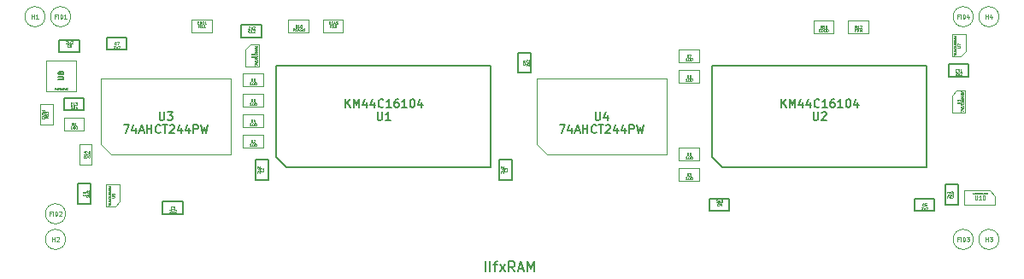
<source format=gbr>
G04 #@! TF.GenerationSoftware,KiCad,Pcbnew,(5.1.10-1-10_14)*
G04 #@! TF.CreationDate,2021-07-01T19:13:49-04:00*
G04 #@! TF.ProjectId,MacIIfxRAMSIMM,4d616349-4966-4785-9241-4d53494d4d2e,rev?*
G04 #@! TF.SameCoordinates,Original*
G04 #@! TF.FileFunction,Other,Fab,Top*
%FSLAX46Y46*%
G04 Gerber Fmt 4.6, Leading zero omitted, Abs format (unit mm)*
G04 Created by KiCad (PCBNEW (5.1.10-1-10_14)) date 2021-07-01 19:13:49*
%MOMM*%
%LPD*%
G01*
G04 APERTURE LIST*
%ADD10C,0.100000*%
%ADD11C,0.150000*%
%ADD12C,0.127000*%
%ADD13C,0.031750*%
%ADD14C,0.063500*%
%ADD15C,0.203200*%
%ADD16C,0.047625*%
%ADD17C,0.095250*%
G04 APERTURE END LIST*
D10*
X77500000Y-111250000D02*
X74500000Y-111250000D01*
X74500000Y-108250000D02*
X77500000Y-108250000D01*
X77500000Y-108250000D02*
X77500000Y-111250000D01*
X74500000Y-111250000D02*
X74500000Y-108250000D01*
D11*
X95260000Y-120087000D02*
X95260000Y-118087000D01*
X96510000Y-120087000D02*
X95260000Y-120087000D01*
X96510000Y-118087000D02*
X96510000Y-120087000D01*
X95260000Y-118087000D02*
X96510000Y-118087000D01*
X141510000Y-118812000D02*
X140510000Y-117812000D01*
X141510000Y-118812000D02*
X161750000Y-118812000D01*
X161750000Y-108772000D02*
X161750000Y-118812000D01*
X140510000Y-108772000D02*
X161750000Y-108772000D01*
X140510000Y-117812000D02*
X140510000Y-108772000D01*
X98330000Y-118812000D02*
X97330000Y-117812000D01*
X98330000Y-118812000D02*
X118570000Y-118812000D01*
X118570000Y-108772000D02*
X118570000Y-118812000D01*
X97330000Y-108772000D02*
X118570000Y-108772000D01*
X97330000Y-117812000D02*
X97330000Y-108772000D01*
D10*
X153940000Y-105527000D02*
X153940000Y-104277000D01*
X153940000Y-104277000D02*
X155940000Y-104277000D01*
X155940000Y-104277000D02*
X155940000Y-105527000D01*
X155940000Y-105527000D02*
X153940000Y-105527000D01*
X90916000Y-104213500D02*
X90916000Y-105463500D01*
X90916000Y-105463500D02*
X88916000Y-105463500D01*
X88916000Y-105463500D02*
X88916000Y-104213500D01*
X88916000Y-104213500D02*
X90916000Y-104213500D01*
D11*
X95850000Y-104725000D02*
X95850000Y-105975000D01*
X95850000Y-105975000D02*
X93850000Y-105975000D01*
X93850000Y-105975000D02*
X93850000Y-104725000D01*
X93850000Y-104725000D02*
X95850000Y-104725000D01*
D10*
X98504500Y-105463500D02*
X98504500Y-104213500D01*
X98504500Y-104213500D02*
X100504500Y-104213500D01*
X100504500Y-104213500D02*
X100504500Y-105463500D01*
X100504500Y-105463500D02*
X98504500Y-105463500D01*
X101933500Y-104213500D02*
X103933500Y-104213500D01*
X101933500Y-105463500D02*
X101933500Y-104213500D01*
X103933500Y-105463500D02*
X101933500Y-105463500D01*
X103933500Y-104213500D02*
X103933500Y-105463500D01*
X152511000Y-105527000D02*
X150511000Y-105527000D01*
X152511000Y-104277000D02*
X152511000Y-105527000D01*
X150511000Y-104277000D02*
X152511000Y-104277000D01*
X150511000Y-105527000D02*
X150511000Y-104277000D01*
X95620000Y-106650000D02*
X94770000Y-106650000D01*
X94270000Y-107150000D02*
X94270000Y-108850000D01*
X95620000Y-106650000D02*
X95620000Y-108850000D01*
X95620000Y-108850000D02*
X94270000Y-108850000D01*
X94770000Y-106650000D02*
X94270000Y-107150000D01*
X74406000Y-103886000D02*
G75*
G03*
X74406000Y-103886000I-1000000J0D01*
G01*
X79025000Y-116550000D02*
X79025000Y-118550000D01*
X77775000Y-116550000D02*
X79025000Y-116550000D01*
X77775000Y-118550000D02*
X77775000Y-116550000D01*
X79025000Y-118550000D02*
X77775000Y-118550000D01*
X73925000Y-112600000D02*
X75175000Y-112600000D01*
X75175000Y-112600000D02*
X75175000Y-114600000D01*
X75175000Y-114600000D02*
X73925000Y-114600000D01*
X73925000Y-114600000D02*
X73925000Y-112600000D01*
D11*
X163575000Y-120550000D02*
X164825000Y-120550000D01*
X164825000Y-120550000D02*
X164825000Y-122550000D01*
X164825000Y-122550000D02*
X163575000Y-122550000D01*
X163575000Y-122550000D02*
X163575000Y-120550000D01*
X86050000Y-123475000D02*
X86050000Y-122225000D01*
X86050000Y-122225000D02*
X88050000Y-122225000D01*
X88050000Y-122225000D02*
X88050000Y-123475000D01*
X88050000Y-123475000D02*
X86050000Y-123475000D01*
D10*
X167950000Y-121150000D02*
X165500000Y-121150000D01*
X168520000Y-121700000D02*
X168520000Y-122550000D01*
X167950000Y-121150000D02*
X168520000Y-121700000D01*
X168520000Y-122550000D02*
X165480000Y-122550000D01*
X165480000Y-121150000D02*
X165480000Y-122550000D01*
X123140000Y-116542000D02*
X123140000Y-110042000D01*
X123140000Y-110042000D02*
X135940000Y-110042000D01*
X135940000Y-110042000D02*
X135940000Y-117542000D01*
X135940000Y-117542000D02*
X124140000Y-117542000D01*
X124140000Y-117542000D02*
X123140000Y-116542000D01*
D11*
X165900000Y-109825000D02*
X163900000Y-109825000D01*
X165900000Y-108575000D02*
X165900000Y-109825000D01*
X163900000Y-108575000D02*
X165900000Y-108575000D01*
X163900000Y-109825000D02*
X163900000Y-108575000D01*
X142199500Y-121930000D02*
X142199500Y-123180000D01*
X142199500Y-123180000D02*
X140199500Y-123180000D01*
X140199500Y-123180000D02*
X140199500Y-121930000D01*
X140199500Y-121930000D02*
X142199500Y-121930000D01*
D10*
X76946000Y-103886000D02*
G75*
G03*
X76946000Y-103886000I-1000000J0D01*
G01*
X137176000Y-120195500D02*
X137176000Y-118945500D01*
X137176000Y-118945500D02*
X139176000Y-118945500D01*
X139176000Y-118945500D02*
X139176000Y-120195500D01*
X139176000Y-120195500D02*
X137176000Y-120195500D01*
X139176000Y-118163500D02*
X137176000Y-118163500D01*
X139176000Y-116913500D02*
X139176000Y-118163500D01*
X137176000Y-116913500D02*
X139176000Y-116913500D01*
X137176000Y-118163500D02*
X137176000Y-116913500D01*
X139176000Y-108384500D02*
X137176000Y-108384500D01*
X139176000Y-107134500D02*
X139176000Y-108384500D01*
X137176000Y-107134500D02*
X139176000Y-107134500D01*
X137176000Y-108384500D02*
X137176000Y-107134500D01*
X137176000Y-110416500D02*
X137176000Y-109166500D01*
X137176000Y-109166500D02*
X139176000Y-109166500D01*
X139176000Y-109166500D02*
X139176000Y-110416500D01*
X139176000Y-110416500D02*
X137176000Y-110416500D01*
X95996000Y-110797500D02*
X93996000Y-110797500D01*
X95996000Y-109547500D02*
X95996000Y-110797500D01*
X93996000Y-109547500D02*
X95996000Y-109547500D01*
X93996000Y-110797500D02*
X93996000Y-109547500D01*
X95996000Y-114861500D02*
X93996000Y-114861500D01*
X95996000Y-113611500D02*
X95996000Y-114861500D01*
X93996000Y-113611500D02*
X95996000Y-113611500D01*
X93996000Y-114861500D02*
X93996000Y-113611500D01*
X93996000Y-116893500D02*
X93996000Y-115643500D01*
X93996000Y-115643500D02*
X95996000Y-115643500D01*
X95996000Y-115643500D02*
X95996000Y-116893500D01*
X95996000Y-116893500D02*
X93996000Y-116893500D01*
X95996000Y-112829500D02*
X93996000Y-112829500D01*
X95996000Y-111579500D02*
X95996000Y-112829500D01*
X93996000Y-111579500D02*
X95996000Y-111579500D01*
X93996000Y-112829500D02*
X93996000Y-111579500D01*
X76438000Y-123444000D02*
G75*
G03*
X76438000Y-123444000I-1000000J0D01*
G01*
X166354000Y-125984000D02*
G75*
G03*
X166354000Y-125984000I-1000000J0D01*
G01*
X166354000Y-103886000D02*
G75*
G03*
X166354000Y-103886000I-1000000J0D01*
G01*
X76438000Y-125984000D02*
G75*
G03*
X76438000Y-125984000I-1000000J0D01*
G01*
X168894000Y-125984000D02*
G75*
G03*
X168894000Y-125984000I-1000000J0D01*
G01*
X168894000Y-103886000D02*
G75*
G03*
X168894000Y-103886000I-1000000J0D01*
G01*
X164720000Y-111200000D02*
X164220000Y-111700000D01*
X165570000Y-113400000D02*
X164220000Y-113400000D01*
X165570000Y-111200000D02*
X165570000Y-113400000D01*
X164220000Y-111700000D02*
X164220000Y-113400000D01*
X165570000Y-111200000D02*
X164720000Y-111200000D01*
X80480000Y-122750000D02*
X81330000Y-122750000D01*
X81830000Y-122250000D02*
X81830000Y-120550000D01*
X80480000Y-122750000D02*
X80480000Y-120550000D01*
X80480000Y-120550000D02*
X81830000Y-120550000D01*
X81330000Y-122750000D02*
X81830000Y-122250000D01*
X164230000Y-107850000D02*
X165080000Y-107850000D01*
X165580000Y-107350000D02*
X165580000Y-105650000D01*
X164230000Y-107850000D02*
X164230000Y-105650000D01*
X164230000Y-105650000D02*
X165580000Y-105650000D01*
X165080000Y-107850000D02*
X165580000Y-107350000D01*
X80960000Y-117542000D02*
X79960000Y-116542000D01*
X92760000Y-117542000D02*
X80960000Y-117542000D01*
X92760000Y-110042000D02*
X92760000Y-117542000D01*
X79960000Y-110042000D02*
X92760000Y-110042000D01*
X79960000Y-116542000D02*
X79960000Y-110042000D01*
X78250000Y-115175000D02*
X76250000Y-115175000D01*
X78250000Y-113925000D02*
X78250000Y-115175000D01*
X76250000Y-113925000D02*
X78250000Y-113925000D01*
X76250000Y-115175000D02*
X76250000Y-113925000D01*
D11*
X119390000Y-118087000D02*
X120640000Y-118087000D01*
X120640000Y-118087000D02*
X120640000Y-120087000D01*
X120640000Y-120087000D02*
X119390000Y-120087000D01*
X119390000Y-120087000D02*
X119390000Y-118087000D01*
X160505000Y-123180000D02*
X160505000Y-121930000D01*
X160505000Y-121930000D02*
X162505000Y-121930000D01*
X162505000Y-121930000D02*
X162505000Y-123180000D01*
X162505000Y-123180000D02*
X160505000Y-123180000D01*
X82495000Y-107178000D02*
X80495000Y-107178000D01*
X82495000Y-105928000D02*
X82495000Y-107178000D01*
X80495000Y-105928000D02*
X82495000Y-105928000D01*
X80495000Y-107178000D02*
X80495000Y-105928000D01*
X122481500Y-107458000D02*
X122481500Y-109458000D01*
X121231500Y-107458000D02*
X122481500Y-107458000D01*
X121231500Y-109458000D02*
X121231500Y-107458000D01*
X122481500Y-109458000D02*
X121231500Y-109458000D01*
X76250000Y-113175000D02*
X76250000Y-111925000D01*
X76250000Y-111925000D02*
X78250000Y-111925000D01*
X78250000Y-111925000D02*
X78250000Y-113175000D01*
X78250000Y-113175000D02*
X76250000Y-113175000D01*
X78925000Y-122450000D02*
X77675000Y-122450000D01*
X77675000Y-122450000D02*
X77675000Y-120450000D01*
X77675000Y-120450000D02*
X78925000Y-120450000D01*
X78925000Y-120450000D02*
X78925000Y-122450000D01*
X75800000Y-106175000D02*
X77800000Y-106175000D01*
X75800000Y-107425000D02*
X75800000Y-106175000D01*
X77800000Y-107425000D02*
X75800000Y-107425000D01*
X77800000Y-106175000D02*
X77800000Y-107425000D01*
D12*
X75721809Y-110137047D02*
X76133047Y-110137047D01*
X76181428Y-110112857D01*
X76205619Y-110088666D01*
X76229809Y-110040285D01*
X76229809Y-109943523D01*
X76205619Y-109895142D01*
X76181428Y-109870952D01*
X76133047Y-109846761D01*
X75721809Y-109846761D01*
X75939523Y-109532285D02*
X75915333Y-109580666D01*
X75891142Y-109604857D01*
X75842761Y-109629047D01*
X75818571Y-109629047D01*
X75770190Y-109604857D01*
X75746000Y-109580666D01*
X75721809Y-109532285D01*
X75721809Y-109435523D01*
X75746000Y-109387142D01*
X75770190Y-109362952D01*
X75818571Y-109338761D01*
X75842761Y-109338761D01*
X75891142Y-109362952D01*
X75915333Y-109387142D01*
X75939523Y-109435523D01*
X75939523Y-109532285D01*
X75963714Y-109580666D01*
X75987904Y-109604857D01*
X76036285Y-109629047D01*
X76133047Y-109629047D01*
X76181428Y-109604857D01*
X76205619Y-109580666D01*
X76229809Y-109532285D01*
X76229809Y-109435523D01*
X76205619Y-109387142D01*
X76181428Y-109362952D01*
X76133047Y-109338761D01*
X76036285Y-109338761D01*
X75987904Y-109362952D01*
X75963714Y-109387142D01*
X75939523Y-109435523D01*
D13*
X75355928Y-110980452D02*
X75440595Y-110980452D01*
X75386166Y-111107452D01*
X75543404Y-111022785D02*
X75543404Y-111107452D01*
X75513166Y-110974404D02*
X75482928Y-111065119D01*
X75561547Y-111065119D01*
X75670404Y-111107452D02*
X75609928Y-111107452D01*
X75609928Y-110980452D01*
X75694595Y-110980452D02*
X75736928Y-111107452D01*
X75779261Y-110980452D01*
X75894166Y-111095357D02*
X75888119Y-111101404D01*
X75869976Y-111107452D01*
X75857880Y-111107452D01*
X75839738Y-111101404D01*
X75827642Y-111089309D01*
X75821595Y-111077214D01*
X75815547Y-111053023D01*
X75815547Y-111034880D01*
X75821595Y-111010690D01*
X75827642Y-110998595D01*
X75839738Y-110986500D01*
X75857880Y-110980452D01*
X75869976Y-110980452D01*
X75888119Y-110986500D01*
X75894166Y-110992547D01*
X76015119Y-111107452D02*
X75942547Y-111107452D01*
X75978833Y-111107452D02*
X75978833Y-110980452D01*
X75966738Y-110998595D01*
X75954642Y-111010690D01*
X75942547Y-111016738D01*
X76136071Y-110986500D02*
X76123976Y-110980452D01*
X76105833Y-110980452D01*
X76087690Y-110986500D01*
X76075595Y-110998595D01*
X76069547Y-111010690D01*
X76063500Y-111034880D01*
X76063500Y-111053023D01*
X76069547Y-111077214D01*
X76075595Y-111089309D01*
X76087690Y-111101404D01*
X76105833Y-111107452D01*
X76117928Y-111107452D01*
X76136071Y-111101404D01*
X76142119Y-111095357D01*
X76142119Y-111053023D01*
X76117928Y-111053023D01*
X76184452Y-110980452D02*
X76269119Y-110980452D01*
X76214690Y-111107452D01*
X76371928Y-111022785D02*
X76371928Y-111107452D01*
X76341690Y-110974404D02*
X76311452Y-111065119D01*
X76390071Y-111065119D01*
X76438452Y-111107452D02*
X76438452Y-110980452D01*
X76468690Y-110980452D01*
X76486833Y-110986500D01*
X76498928Y-110998595D01*
X76504976Y-111010690D01*
X76511023Y-111034880D01*
X76511023Y-111053023D01*
X76504976Y-111077214D01*
X76498928Y-111089309D01*
X76486833Y-111101404D01*
X76468690Y-111107452D01*
X76438452Y-111107452D01*
X76638023Y-111095357D02*
X76631976Y-111101404D01*
X76613833Y-111107452D01*
X76601738Y-111107452D01*
X76583595Y-111101404D01*
X76571500Y-111089309D01*
X76565452Y-111077214D01*
X76559404Y-111053023D01*
X76559404Y-111034880D01*
X76565452Y-111010690D01*
X76571500Y-110998595D01*
X76583595Y-110986500D01*
X76601738Y-110980452D01*
X76613833Y-110980452D01*
X76631976Y-110986500D01*
X76638023Y-110992547D01*
D14*
X95975714Y-119129333D02*
X95987809Y-119141428D01*
X95999904Y-119177714D01*
X95999904Y-119201904D01*
X95987809Y-119238190D01*
X95963619Y-119262380D01*
X95939428Y-119274476D01*
X95891047Y-119286571D01*
X95854761Y-119286571D01*
X95806380Y-119274476D01*
X95782190Y-119262380D01*
X95758000Y-119238190D01*
X95745904Y-119201904D01*
X95745904Y-119177714D01*
X95758000Y-119141428D01*
X95770095Y-119129333D01*
X95770095Y-119032571D02*
X95758000Y-119020476D01*
X95745904Y-118996285D01*
X95745904Y-118935809D01*
X95758000Y-118911619D01*
X95770095Y-118899523D01*
X95794285Y-118887428D01*
X95818476Y-118887428D01*
X95854761Y-118899523D01*
X95999904Y-119044666D01*
X95999904Y-118887428D01*
X95420095Y-119395428D02*
X95408000Y-119383333D01*
X95395904Y-119359142D01*
X95395904Y-119298666D01*
X95408000Y-119274476D01*
X95420095Y-119262380D01*
X95444285Y-119250285D01*
X95468476Y-119250285D01*
X95504761Y-119262380D01*
X95649904Y-119407523D01*
X95649904Y-119250285D01*
X95480571Y-119032571D02*
X95649904Y-119032571D01*
X95480571Y-119141428D02*
X95613619Y-119141428D01*
X95637809Y-119129333D01*
X95649904Y-119105142D01*
X95649904Y-119068857D01*
X95637809Y-119044666D01*
X95625714Y-119032571D01*
X95420095Y-118923714D02*
X95408000Y-118911619D01*
X95395904Y-118887428D01*
X95395904Y-118826952D01*
X95408000Y-118802761D01*
X95420095Y-118790666D01*
X95444285Y-118778571D01*
X95468476Y-118778571D01*
X95504761Y-118790666D01*
X95649904Y-118935809D01*
X95649904Y-118778571D01*
D15*
X150510723Y-113346895D02*
X150510723Y-114004876D01*
X150549428Y-114082285D01*
X150588133Y-114120990D01*
X150665542Y-114159695D01*
X150820361Y-114159695D01*
X150897771Y-114120990D01*
X150936476Y-114082285D01*
X150975180Y-114004876D01*
X150975180Y-113346895D01*
X151323523Y-113424304D02*
X151362228Y-113385600D01*
X151439638Y-113346895D01*
X151633161Y-113346895D01*
X151710571Y-113385600D01*
X151749276Y-113424304D01*
X151787980Y-113501714D01*
X151787980Y-113579123D01*
X151749276Y-113695238D01*
X151284819Y-114159695D01*
X151787980Y-114159695D01*
X147336933Y-112889695D02*
X147336933Y-112076895D01*
X147801390Y-112889695D02*
X147453047Y-112425238D01*
X147801390Y-112076895D02*
X147336933Y-112541352D01*
X148149733Y-112889695D02*
X148149733Y-112076895D01*
X148420666Y-112657466D01*
X148691600Y-112076895D01*
X148691600Y-112889695D01*
X149426990Y-112347828D02*
X149426990Y-112889695D01*
X149233466Y-112038190D02*
X149039942Y-112618761D01*
X149543104Y-112618761D01*
X150201085Y-112347828D02*
X150201085Y-112889695D01*
X150007561Y-112038190D02*
X149814038Y-112618761D01*
X150317200Y-112618761D01*
X151091295Y-112812285D02*
X151052590Y-112850990D01*
X150936476Y-112889695D01*
X150859066Y-112889695D01*
X150742952Y-112850990D01*
X150665542Y-112773580D01*
X150626838Y-112696171D01*
X150588133Y-112541352D01*
X150588133Y-112425238D01*
X150626838Y-112270419D01*
X150665542Y-112193009D01*
X150742952Y-112115600D01*
X150859066Y-112076895D01*
X150936476Y-112076895D01*
X151052590Y-112115600D01*
X151091295Y-112154304D01*
X151865390Y-112889695D02*
X151400933Y-112889695D01*
X151633161Y-112889695D02*
X151633161Y-112076895D01*
X151555752Y-112193009D01*
X151478342Y-112270419D01*
X151400933Y-112309123D01*
X152562076Y-112076895D02*
X152407257Y-112076895D01*
X152329847Y-112115600D01*
X152291142Y-112154304D01*
X152213733Y-112270419D01*
X152175028Y-112425238D01*
X152175028Y-112734876D01*
X152213733Y-112812285D01*
X152252438Y-112850990D01*
X152329847Y-112889695D01*
X152484666Y-112889695D01*
X152562076Y-112850990D01*
X152600780Y-112812285D01*
X152639485Y-112734876D01*
X152639485Y-112541352D01*
X152600780Y-112463942D01*
X152562076Y-112425238D01*
X152484666Y-112386533D01*
X152329847Y-112386533D01*
X152252438Y-112425238D01*
X152213733Y-112463942D01*
X152175028Y-112541352D01*
X153413580Y-112889695D02*
X152949123Y-112889695D01*
X153181352Y-112889695D02*
X153181352Y-112076895D01*
X153103942Y-112193009D01*
X153026533Y-112270419D01*
X152949123Y-112309123D01*
X153916742Y-112076895D02*
X153994152Y-112076895D01*
X154071561Y-112115600D01*
X154110266Y-112154304D01*
X154148971Y-112231714D01*
X154187676Y-112386533D01*
X154187676Y-112580057D01*
X154148971Y-112734876D01*
X154110266Y-112812285D01*
X154071561Y-112850990D01*
X153994152Y-112889695D01*
X153916742Y-112889695D01*
X153839333Y-112850990D01*
X153800628Y-112812285D01*
X153761923Y-112734876D01*
X153723219Y-112580057D01*
X153723219Y-112386533D01*
X153761923Y-112231714D01*
X153800628Y-112154304D01*
X153839333Y-112115600D01*
X153916742Y-112076895D01*
X154884361Y-112347828D02*
X154884361Y-112889695D01*
X154690838Y-112038190D02*
X154497314Y-112618761D01*
X155000476Y-112618761D01*
X107330723Y-113346895D02*
X107330723Y-114004876D01*
X107369428Y-114082285D01*
X107408133Y-114120990D01*
X107485542Y-114159695D01*
X107640361Y-114159695D01*
X107717771Y-114120990D01*
X107756476Y-114082285D01*
X107795180Y-114004876D01*
X107795180Y-113346895D01*
X108607980Y-114159695D02*
X108143523Y-114159695D01*
X108375752Y-114159695D02*
X108375752Y-113346895D01*
X108298342Y-113463009D01*
X108220933Y-113540419D01*
X108143523Y-113579123D01*
X104156933Y-112889695D02*
X104156933Y-112076895D01*
X104621390Y-112889695D02*
X104273047Y-112425238D01*
X104621390Y-112076895D02*
X104156933Y-112541352D01*
X104969733Y-112889695D02*
X104969733Y-112076895D01*
X105240666Y-112657466D01*
X105511600Y-112076895D01*
X105511600Y-112889695D01*
X106246990Y-112347828D02*
X106246990Y-112889695D01*
X106053466Y-112038190D02*
X105859942Y-112618761D01*
X106363104Y-112618761D01*
X107021085Y-112347828D02*
X107021085Y-112889695D01*
X106827561Y-112038190D02*
X106634038Y-112618761D01*
X107137200Y-112618761D01*
X107911295Y-112812285D02*
X107872590Y-112850990D01*
X107756476Y-112889695D01*
X107679066Y-112889695D01*
X107562952Y-112850990D01*
X107485542Y-112773580D01*
X107446838Y-112696171D01*
X107408133Y-112541352D01*
X107408133Y-112425238D01*
X107446838Y-112270419D01*
X107485542Y-112193009D01*
X107562952Y-112115600D01*
X107679066Y-112076895D01*
X107756476Y-112076895D01*
X107872590Y-112115600D01*
X107911295Y-112154304D01*
X108685390Y-112889695D02*
X108220933Y-112889695D01*
X108453161Y-112889695D02*
X108453161Y-112076895D01*
X108375752Y-112193009D01*
X108298342Y-112270419D01*
X108220933Y-112309123D01*
X109382076Y-112076895D02*
X109227257Y-112076895D01*
X109149847Y-112115600D01*
X109111142Y-112154304D01*
X109033733Y-112270419D01*
X108995028Y-112425238D01*
X108995028Y-112734876D01*
X109033733Y-112812285D01*
X109072438Y-112850990D01*
X109149847Y-112889695D01*
X109304666Y-112889695D01*
X109382076Y-112850990D01*
X109420780Y-112812285D01*
X109459485Y-112734876D01*
X109459485Y-112541352D01*
X109420780Y-112463942D01*
X109382076Y-112425238D01*
X109304666Y-112386533D01*
X109149847Y-112386533D01*
X109072438Y-112425238D01*
X109033733Y-112463942D01*
X108995028Y-112541352D01*
X110233580Y-112889695D02*
X109769123Y-112889695D01*
X110001352Y-112889695D02*
X110001352Y-112076895D01*
X109923942Y-112193009D01*
X109846533Y-112270419D01*
X109769123Y-112309123D01*
X110736742Y-112076895D02*
X110814152Y-112076895D01*
X110891561Y-112115600D01*
X110930266Y-112154304D01*
X110968971Y-112231714D01*
X111007676Y-112386533D01*
X111007676Y-112580057D01*
X110968971Y-112734876D01*
X110930266Y-112812285D01*
X110891561Y-112850990D01*
X110814152Y-112889695D01*
X110736742Y-112889695D01*
X110659333Y-112850990D01*
X110620628Y-112812285D01*
X110581923Y-112734876D01*
X110543219Y-112580057D01*
X110543219Y-112386533D01*
X110581923Y-112231714D01*
X110620628Y-112154304D01*
X110659333Y-112115600D01*
X110736742Y-112076895D01*
X111704361Y-112347828D02*
X111704361Y-112889695D01*
X111510838Y-112038190D02*
X111317314Y-112618761D01*
X111820476Y-112618761D01*
D14*
X154776714Y-105016904D02*
X154692047Y-104895952D01*
X154631571Y-105016904D02*
X154631571Y-104762904D01*
X154728333Y-104762904D01*
X154752523Y-104775000D01*
X154764619Y-104787095D01*
X154776714Y-104811285D01*
X154776714Y-104847571D01*
X154764619Y-104871761D01*
X154752523Y-104883857D01*
X154728333Y-104895952D01*
X154631571Y-104895952D01*
X155018619Y-105016904D02*
X154873476Y-105016904D01*
X154946047Y-105016904D02*
X154946047Y-104762904D01*
X154921857Y-104799190D01*
X154897666Y-104823380D01*
X154873476Y-104835476D01*
X155115380Y-104787095D02*
X155127476Y-104775000D01*
X155151666Y-104762904D01*
X155212142Y-104762904D01*
X155236333Y-104775000D01*
X155248428Y-104787095D01*
X155260523Y-104811285D01*
X155260523Y-104835476D01*
X155248428Y-104871761D01*
X155103285Y-105016904D01*
X155260523Y-105016904D01*
X154704142Y-105233857D02*
X154619476Y-105233857D01*
X154619476Y-105366904D02*
X154619476Y-105112904D01*
X154740428Y-105112904D01*
X154837190Y-105366904D02*
X154837190Y-105112904D01*
X154933952Y-105112904D01*
X154958142Y-105125000D01*
X154970238Y-105137095D01*
X154982333Y-105161285D01*
X154982333Y-105197571D01*
X154970238Y-105221761D01*
X154958142Y-105233857D01*
X154933952Y-105245952D01*
X154837190Y-105245952D01*
X155091190Y-105366904D02*
X155091190Y-105112904D01*
X155175857Y-105294333D01*
X155260523Y-105112904D01*
X155260523Y-105366904D01*
X89752714Y-104953404D02*
X89668047Y-104832452D01*
X89607571Y-104953404D02*
X89607571Y-104699404D01*
X89704333Y-104699404D01*
X89728523Y-104711500D01*
X89740619Y-104723595D01*
X89752714Y-104747785D01*
X89752714Y-104784071D01*
X89740619Y-104808261D01*
X89728523Y-104820357D01*
X89704333Y-104832452D01*
X89607571Y-104832452D01*
X89994619Y-104953404D02*
X89849476Y-104953404D01*
X89922047Y-104953404D02*
X89922047Y-104699404D01*
X89897857Y-104735690D01*
X89873666Y-104759880D01*
X89849476Y-104771976D01*
X90236523Y-104953404D02*
X90091380Y-104953404D01*
X90163952Y-104953404D02*
X90163952Y-104699404D01*
X90139761Y-104735690D01*
X90115571Y-104759880D01*
X90091380Y-104771976D01*
X89480571Y-104470357D02*
X89565238Y-104470357D01*
X89601523Y-104603404D02*
X89480571Y-104603404D01*
X89480571Y-104349404D01*
X89601523Y-104349404D01*
X89710380Y-104603404D02*
X89710380Y-104349404D01*
X89770857Y-104349404D01*
X89807142Y-104361500D01*
X89831333Y-104385690D01*
X89843428Y-104409880D01*
X89855523Y-104458261D01*
X89855523Y-104494547D01*
X89843428Y-104542928D01*
X89831333Y-104567119D01*
X89807142Y-104591309D01*
X89770857Y-104603404D01*
X89710380Y-104603404D01*
X90012761Y-104349404D02*
X90061142Y-104349404D01*
X90085333Y-104361500D01*
X90109523Y-104385690D01*
X90121619Y-104434071D01*
X90121619Y-104518738D01*
X90109523Y-104567119D01*
X90085333Y-104591309D01*
X90061142Y-104603404D01*
X90012761Y-104603404D01*
X89988571Y-104591309D01*
X89964380Y-104567119D01*
X89952285Y-104518738D01*
X89952285Y-104434071D01*
X89964380Y-104385690D01*
X89988571Y-104361500D01*
X90012761Y-104349404D01*
X90363523Y-104603404D02*
X90218380Y-104603404D01*
X90290952Y-104603404D02*
X90290952Y-104349404D01*
X90266761Y-104385690D01*
X90242571Y-104409880D01*
X90218380Y-104421976D01*
X94686714Y-105440714D02*
X94674619Y-105452809D01*
X94638333Y-105464904D01*
X94614142Y-105464904D01*
X94577857Y-105452809D01*
X94553666Y-105428619D01*
X94541571Y-105404428D01*
X94529476Y-105356047D01*
X94529476Y-105319761D01*
X94541571Y-105271380D01*
X94553666Y-105247190D01*
X94577857Y-105223000D01*
X94614142Y-105210904D01*
X94638333Y-105210904D01*
X94674619Y-105223000D01*
X94686714Y-105235095D01*
X94928619Y-105464904D02*
X94783476Y-105464904D01*
X94856047Y-105464904D02*
X94856047Y-105210904D01*
X94831857Y-105247190D01*
X94807666Y-105271380D01*
X94783476Y-105283476D01*
X95025380Y-105235095D02*
X95037476Y-105223000D01*
X95061666Y-105210904D01*
X95122142Y-105210904D01*
X95146333Y-105223000D01*
X95158428Y-105235095D01*
X95170523Y-105259285D01*
X95170523Y-105283476D01*
X95158428Y-105319761D01*
X95013285Y-105464904D01*
X95170523Y-105464904D01*
X94541571Y-104885095D02*
X94553666Y-104873000D01*
X94577857Y-104860904D01*
X94638333Y-104860904D01*
X94662523Y-104873000D01*
X94674619Y-104885095D01*
X94686714Y-104909285D01*
X94686714Y-104933476D01*
X94674619Y-104969761D01*
X94529476Y-105114904D01*
X94686714Y-105114904D01*
X94904428Y-104945571D02*
X94904428Y-105114904D01*
X94795571Y-104945571D02*
X94795571Y-105078619D01*
X94807666Y-105102809D01*
X94831857Y-105114904D01*
X94868142Y-105114904D01*
X94892333Y-105102809D01*
X94904428Y-105090714D01*
X95013285Y-104885095D02*
X95025380Y-104873000D01*
X95049571Y-104860904D01*
X95110047Y-104860904D01*
X95134238Y-104873000D01*
X95146333Y-104885095D01*
X95158428Y-104909285D01*
X95158428Y-104933476D01*
X95146333Y-104969761D01*
X95001190Y-105114904D01*
X95158428Y-105114904D01*
X99341214Y-104953404D02*
X99256547Y-104832452D01*
X99196071Y-104953404D02*
X99196071Y-104699404D01*
X99292833Y-104699404D01*
X99317023Y-104711500D01*
X99329119Y-104723595D01*
X99341214Y-104747785D01*
X99341214Y-104784071D01*
X99329119Y-104808261D01*
X99317023Y-104820357D01*
X99292833Y-104832452D01*
X99196071Y-104832452D01*
X99583119Y-104953404D02*
X99437976Y-104953404D01*
X99510547Y-104953404D02*
X99510547Y-104699404D01*
X99486357Y-104735690D01*
X99462166Y-104759880D01*
X99437976Y-104771976D01*
X99800833Y-104699404D02*
X99752452Y-104699404D01*
X99728261Y-104711500D01*
X99716166Y-104723595D01*
X99691976Y-104759880D01*
X99679880Y-104808261D01*
X99679880Y-104905023D01*
X99691976Y-104929214D01*
X99704071Y-104941309D01*
X99728261Y-104953404D01*
X99776642Y-104953404D01*
X99800833Y-104941309D01*
X99812928Y-104929214D01*
X99825023Y-104905023D01*
X99825023Y-104844547D01*
X99812928Y-104820357D01*
X99800833Y-104808261D01*
X99776642Y-104796166D01*
X99728261Y-104796166D01*
X99704071Y-104808261D01*
X99691976Y-104820357D01*
X99679880Y-104844547D01*
X99111404Y-105303404D02*
X99026738Y-105182452D01*
X98966261Y-105303404D02*
X98966261Y-105049404D01*
X99063023Y-105049404D01*
X99087214Y-105061500D01*
X99099309Y-105073595D01*
X99111404Y-105097785D01*
X99111404Y-105134071D01*
X99099309Y-105158261D01*
X99087214Y-105170357D01*
X99063023Y-105182452D01*
X98966261Y-105182452D01*
X99365404Y-105279214D02*
X99353309Y-105291309D01*
X99317023Y-105303404D01*
X99292833Y-105303404D01*
X99256547Y-105291309D01*
X99232357Y-105267119D01*
X99220261Y-105242928D01*
X99208166Y-105194547D01*
X99208166Y-105158261D01*
X99220261Y-105109880D01*
X99232357Y-105085690D01*
X99256547Y-105061500D01*
X99292833Y-105049404D01*
X99317023Y-105049404D01*
X99353309Y-105061500D01*
X99365404Y-105073595D01*
X99462166Y-105230833D02*
X99583119Y-105230833D01*
X99437976Y-105303404D02*
X99522642Y-105049404D01*
X99607309Y-105303404D01*
X99679880Y-105291309D02*
X99716166Y-105303404D01*
X99776642Y-105303404D01*
X99800833Y-105291309D01*
X99812928Y-105279214D01*
X99825023Y-105255023D01*
X99825023Y-105230833D01*
X99812928Y-105206642D01*
X99800833Y-105194547D01*
X99776642Y-105182452D01*
X99728261Y-105170357D01*
X99704071Y-105158261D01*
X99691976Y-105146166D01*
X99679880Y-105121976D01*
X99679880Y-105097785D01*
X99691976Y-105073595D01*
X99704071Y-105061500D01*
X99728261Y-105049404D01*
X99788738Y-105049404D01*
X99825023Y-105061500D01*
X100042738Y-105303404D02*
X100042738Y-105049404D01*
X100042738Y-105291309D02*
X100018547Y-105303404D01*
X99970166Y-105303404D01*
X99945976Y-105291309D01*
X99933880Y-105279214D01*
X99921785Y-105255023D01*
X99921785Y-105182452D01*
X99933880Y-105158261D01*
X99945976Y-105146166D01*
X99970166Y-105134071D01*
X100018547Y-105134071D01*
X100042738Y-105146166D01*
X102770214Y-104953404D02*
X102685547Y-104832452D01*
X102625071Y-104953404D02*
X102625071Y-104699404D01*
X102721833Y-104699404D01*
X102746023Y-104711500D01*
X102758119Y-104723595D01*
X102770214Y-104747785D01*
X102770214Y-104784071D01*
X102758119Y-104808261D01*
X102746023Y-104820357D01*
X102721833Y-104832452D01*
X102625071Y-104832452D01*
X103012119Y-104953404D02*
X102866976Y-104953404D01*
X102939547Y-104953404D02*
X102939547Y-104699404D01*
X102915357Y-104735690D01*
X102891166Y-104759880D01*
X102866976Y-104771976D01*
X103241928Y-104699404D02*
X103120976Y-104699404D01*
X103108880Y-104820357D01*
X103120976Y-104808261D01*
X103145166Y-104796166D01*
X103205642Y-104796166D01*
X103229833Y-104808261D01*
X103241928Y-104820357D01*
X103254023Y-104844547D01*
X103254023Y-104905023D01*
X103241928Y-104929214D01*
X103229833Y-104941309D01*
X103205642Y-104953404D01*
X103145166Y-104953404D01*
X103120976Y-104941309D01*
X103108880Y-104929214D01*
X102655309Y-104603404D02*
X102570642Y-104482452D01*
X102510166Y-104603404D02*
X102510166Y-104349404D01*
X102606928Y-104349404D01*
X102631119Y-104361500D01*
X102643214Y-104373595D01*
X102655309Y-104397785D01*
X102655309Y-104434071D01*
X102643214Y-104458261D01*
X102631119Y-104470357D01*
X102606928Y-104482452D01*
X102510166Y-104482452D01*
X102909309Y-104579214D02*
X102897214Y-104591309D01*
X102860928Y-104603404D01*
X102836738Y-104603404D01*
X102800452Y-104591309D01*
X102776261Y-104567119D01*
X102764166Y-104542928D01*
X102752071Y-104494547D01*
X102752071Y-104458261D01*
X102764166Y-104409880D01*
X102776261Y-104385690D01*
X102800452Y-104361500D01*
X102836738Y-104349404D01*
X102860928Y-104349404D01*
X102897214Y-104361500D01*
X102909309Y-104373595D01*
X103006071Y-104530833D02*
X103127023Y-104530833D01*
X102981880Y-104603404D02*
X103066547Y-104349404D01*
X103151214Y-104603404D01*
X103223785Y-104591309D02*
X103260071Y-104603404D01*
X103320547Y-104603404D01*
X103344738Y-104591309D01*
X103356833Y-104579214D01*
X103368928Y-104555023D01*
X103368928Y-104530833D01*
X103356833Y-104506642D01*
X103344738Y-104494547D01*
X103320547Y-104482452D01*
X103272166Y-104470357D01*
X103247976Y-104458261D01*
X103235880Y-104446166D01*
X103223785Y-104421976D01*
X103223785Y-104397785D01*
X103235880Y-104373595D01*
X103247976Y-104361500D01*
X103272166Y-104349404D01*
X103332642Y-104349404D01*
X103368928Y-104361500D01*
X151347714Y-105016904D02*
X151263047Y-104895952D01*
X151202571Y-105016904D02*
X151202571Y-104762904D01*
X151299333Y-104762904D01*
X151323523Y-104775000D01*
X151335619Y-104787095D01*
X151347714Y-104811285D01*
X151347714Y-104847571D01*
X151335619Y-104871761D01*
X151323523Y-104883857D01*
X151299333Y-104895952D01*
X151202571Y-104895952D01*
X151589619Y-105016904D02*
X151444476Y-105016904D01*
X151517047Y-105016904D02*
X151517047Y-104762904D01*
X151492857Y-104799190D01*
X151468666Y-104823380D01*
X151444476Y-104835476D01*
X151746857Y-104762904D02*
X151771047Y-104762904D01*
X151795238Y-104775000D01*
X151807333Y-104787095D01*
X151819428Y-104811285D01*
X151831523Y-104859666D01*
X151831523Y-104920142D01*
X151819428Y-104968523D01*
X151807333Y-104992714D01*
X151795238Y-105004809D01*
X151771047Y-105016904D01*
X151746857Y-105016904D01*
X151722666Y-105004809D01*
X151710571Y-104992714D01*
X151698476Y-104968523D01*
X151686380Y-104920142D01*
X151686380Y-104859666D01*
X151698476Y-104811285D01*
X151710571Y-104787095D01*
X151722666Y-104775000D01*
X151746857Y-104762904D01*
X151075571Y-105233857D02*
X151160238Y-105233857D01*
X151196523Y-105366904D02*
X151075571Y-105366904D01*
X151075571Y-105112904D01*
X151196523Y-105112904D01*
X151305380Y-105366904D02*
X151305380Y-105112904D01*
X151365857Y-105112904D01*
X151402142Y-105125000D01*
X151426333Y-105149190D01*
X151438428Y-105173380D01*
X151450523Y-105221761D01*
X151450523Y-105258047D01*
X151438428Y-105306428D01*
X151426333Y-105330619D01*
X151402142Y-105354809D01*
X151365857Y-105366904D01*
X151305380Y-105366904D01*
X151607761Y-105112904D02*
X151656142Y-105112904D01*
X151680333Y-105125000D01*
X151704523Y-105149190D01*
X151716619Y-105197571D01*
X151716619Y-105282238D01*
X151704523Y-105330619D01*
X151680333Y-105354809D01*
X151656142Y-105366904D01*
X151607761Y-105366904D01*
X151583571Y-105354809D01*
X151559380Y-105330619D01*
X151547285Y-105282238D01*
X151547285Y-105197571D01*
X151559380Y-105149190D01*
X151583571Y-105125000D01*
X151607761Y-105112904D01*
X151873857Y-105112904D02*
X151898047Y-105112904D01*
X151922238Y-105125000D01*
X151934333Y-105137095D01*
X151946428Y-105161285D01*
X151958523Y-105209666D01*
X151958523Y-105270142D01*
X151946428Y-105318523D01*
X151934333Y-105342714D01*
X151922238Y-105354809D01*
X151898047Y-105366904D01*
X151873857Y-105366904D01*
X151849666Y-105354809D01*
X151837571Y-105342714D01*
X151825476Y-105318523D01*
X151813380Y-105270142D01*
X151813380Y-105209666D01*
X151825476Y-105161285D01*
X151837571Y-105137095D01*
X151849666Y-105125000D01*
X151873857Y-105112904D01*
X94810904Y-107943523D02*
X95016523Y-107943523D01*
X95040714Y-107931428D01*
X95052809Y-107919333D01*
X95064904Y-107895142D01*
X95064904Y-107846761D01*
X95052809Y-107822571D01*
X95040714Y-107810476D01*
X95016523Y-107798380D01*
X94810904Y-107798380D01*
X95064904Y-107665333D02*
X95064904Y-107616952D01*
X95052809Y-107592761D01*
X95040714Y-107580666D01*
X95004428Y-107556476D01*
X94956047Y-107544380D01*
X94859285Y-107544380D01*
X94835095Y-107556476D01*
X94823000Y-107568571D01*
X94810904Y-107592761D01*
X94810904Y-107641142D01*
X94823000Y-107665333D01*
X94835095Y-107677428D01*
X94859285Y-107689523D01*
X94919761Y-107689523D01*
X94943952Y-107677428D01*
X94956047Y-107665333D01*
X94968142Y-107641142D01*
X94968142Y-107592761D01*
X94956047Y-107568571D01*
X94943952Y-107556476D01*
X94919761Y-107544380D01*
D16*
X95195678Y-108729714D02*
X95195678Y-108602714D01*
X95386178Y-108684357D01*
X95259178Y-108448500D02*
X95386178Y-108448500D01*
X95186607Y-108493857D02*
X95322678Y-108539214D01*
X95322678Y-108421285D01*
X95386178Y-108258000D02*
X95386178Y-108348714D01*
X95195678Y-108348714D01*
X95195678Y-108221714D02*
X95386178Y-108158214D01*
X95195678Y-108094714D01*
X95368035Y-107922357D02*
X95377107Y-107931428D01*
X95386178Y-107958642D01*
X95386178Y-107976785D01*
X95377107Y-108004000D01*
X95358964Y-108022142D01*
X95340821Y-108031214D01*
X95304535Y-108040285D01*
X95277321Y-108040285D01*
X95241035Y-108031214D01*
X95222892Y-108022142D01*
X95204750Y-108004000D01*
X95195678Y-107976785D01*
X95195678Y-107958642D01*
X95204750Y-107931428D01*
X95213821Y-107922357D01*
X95386178Y-107740928D02*
X95386178Y-107849785D01*
X95386178Y-107795357D02*
X95195678Y-107795357D01*
X95222892Y-107813500D01*
X95241035Y-107831642D01*
X95250107Y-107849785D01*
X95204750Y-107559500D02*
X95195678Y-107577642D01*
X95195678Y-107604857D01*
X95204750Y-107632071D01*
X95222892Y-107650214D01*
X95241035Y-107659285D01*
X95277321Y-107668357D01*
X95304535Y-107668357D01*
X95340821Y-107659285D01*
X95358964Y-107650214D01*
X95377107Y-107632071D01*
X95386178Y-107604857D01*
X95386178Y-107586714D01*
X95377107Y-107559500D01*
X95368035Y-107550428D01*
X95304535Y-107550428D01*
X95304535Y-107586714D01*
X95195678Y-107432500D02*
X95195678Y-107414357D01*
X95204750Y-107396214D01*
X95213821Y-107387142D01*
X95231964Y-107378071D01*
X95268250Y-107369000D01*
X95313607Y-107369000D01*
X95349892Y-107378071D01*
X95368035Y-107387142D01*
X95377107Y-107396214D01*
X95386178Y-107414357D01*
X95386178Y-107432500D01*
X95377107Y-107450642D01*
X95368035Y-107459714D01*
X95349892Y-107468785D01*
X95313607Y-107477857D01*
X95268250Y-107477857D01*
X95231964Y-107468785D01*
X95213821Y-107459714D01*
X95204750Y-107450642D01*
X95195678Y-107432500D01*
X95259178Y-107205714D02*
X95386178Y-107205714D01*
X95186607Y-107251071D02*
X95322678Y-107296428D01*
X95322678Y-107178500D01*
X95204750Y-107006142D02*
X95195678Y-107024285D01*
X95195678Y-107051500D01*
X95204750Y-107078714D01*
X95222892Y-107096857D01*
X95241035Y-107105928D01*
X95277321Y-107115000D01*
X95304535Y-107115000D01*
X95340821Y-107105928D01*
X95358964Y-107096857D01*
X95377107Y-107078714D01*
X95386178Y-107051500D01*
X95386178Y-107033357D01*
X95377107Y-107006142D01*
X95368035Y-106997071D01*
X95304535Y-106997071D01*
X95304535Y-107033357D01*
X95195678Y-106933571D02*
X95386178Y-106888214D01*
X95250107Y-106851928D01*
X95386178Y-106815642D01*
X95195678Y-106770285D01*
D10*
X73101238Y-104066952D02*
X73101238Y-103666952D01*
X73101238Y-103857428D02*
X73329809Y-103857428D01*
X73329809Y-104066952D02*
X73329809Y-103666952D01*
X73729809Y-104066952D02*
X73501238Y-104066952D01*
X73615523Y-104066952D02*
X73615523Y-103666952D01*
X73577428Y-103724095D01*
X73539333Y-103762190D01*
X73501238Y-103781238D01*
D14*
X78514904Y-117713285D02*
X78393952Y-117797952D01*
X78514904Y-117858428D02*
X78260904Y-117858428D01*
X78260904Y-117761666D01*
X78273000Y-117737476D01*
X78285095Y-117725380D01*
X78309285Y-117713285D01*
X78345571Y-117713285D01*
X78369761Y-117725380D01*
X78381857Y-117737476D01*
X78393952Y-117761666D01*
X78393952Y-117858428D01*
X78514904Y-117471380D02*
X78514904Y-117616523D01*
X78514904Y-117543952D02*
X78260904Y-117543952D01*
X78297190Y-117568142D01*
X78321380Y-117592333D01*
X78333476Y-117616523D01*
X78345571Y-117253666D02*
X78514904Y-117253666D01*
X78248809Y-117314142D02*
X78430238Y-117374619D01*
X78430238Y-117217380D01*
X78840714Y-117701190D02*
X78852809Y-117713285D01*
X78864904Y-117749571D01*
X78864904Y-117773761D01*
X78852809Y-117810047D01*
X78828619Y-117834238D01*
X78804428Y-117846333D01*
X78756047Y-117858428D01*
X78719761Y-117858428D01*
X78671380Y-117846333D01*
X78647190Y-117834238D01*
X78623000Y-117810047D01*
X78610904Y-117773761D01*
X78610904Y-117749571D01*
X78623000Y-117713285D01*
X78635095Y-117701190D01*
X78792333Y-117604428D02*
X78792333Y-117483476D01*
X78864904Y-117628619D02*
X78610904Y-117543952D01*
X78864904Y-117459285D01*
X78852809Y-117386714D02*
X78864904Y-117350428D01*
X78864904Y-117289952D01*
X78852809Y-117265761D01*
X78840714Y-117253666D01*
X78816523Y-117241571D01*
X78792333Y-117241571D01*
X78768142Y-117253666D01*
X78756047Y-117265761D01*
X78743952Y-117289952D01*
X78731857Y-117338333D01*
X78719761Y-117362523D01*
X78707666Y-117374619D01*
X78683476Y-117386714D01*
X78659285Y-117386714D01*
X78635095Y-117374619D01*
X78623000Y-117362523D01*
X78610904Y-117338333D01*
X78610904Y-117277857D01*
X78623000Y-117241571D01*
X74664904Y-113763285D02*
X74543952Y-113847952D01*
X74664904Y-113908428D02*
X74410904Y-113908428D01*
X74410904Y-113811666D01*
X74423000Y-113787476D01*
X74435095Y-113775380D01*
X74459285Y-113763285D01*
X74495571Y-113763285D01*
X74519761Y-113775380D01*
X74531857Y-113787476D01*
X74543952Y-113811666D01*
X74543952Y-113908428D01*
X74664904Y-113521380D02*
X74664904Y-113666523D01*
X74664904Y-113593952D02*
X74410904Y-113593952D01*
X74447190Y-113618142D01*
X74471380Y-113642333D01*
X74483476Y-113666523D01*
X74410904Y-113436714D02*
X74410904Y-113279476D01*
X74507666Y-113364142D01*
X74507666Y-113327857D01*
X74519761Y-113303666D01*
X74531857Y-113291571D01*
X74556047Y-113279476D01*
X74616523Y-113279476D01*
X74640714Y-113291571D01*
X74652809Y-113303666D01*
X74664904Y-113327857D01*
X74664904Y-113400428D01*
X74652809Y-113424619D01*
X74640714Y-113436714D01*
X74290714Y-113866095D02*
X74302809Y-113878190D01*
X74314904Y-113914476D01*
X74314904Y-113938666D01*
X74302809Y-113974952D01*
X74278619Y-113999142D01*
X74254428Y-114011238D01*
X74206047Y-114023333D01*
X74169761Y-114023333D01*
X74121380Y-114011238D01*
X74097190Y-113999142D01*
X74073000Y-113974952D01*
X74060904Y-113938666D01*
X74060904Y-113914476D01*
X74073000Y-113878190D01*
X74085095Y-113866095D01*
X74242333Y-113769333D02*
X74242333Y-113648380D01*
X74314904Y-113793523D02*
X74060904Y-113708857D01*
X74314904Y-113624190D01*
X74302809Y-113551619D02*
X74314904Y-113515333D01*
X74314904Y-113454857D01*
X74302809Y-113430666D01*
X74290714Y-113418571D01*
X74266523Y-113406476D01*
X74242333Y-113406476D01*
X74218142Y-113418571D01*
X74206047Y-113430666D01*
X74193952Y-113454857D01*
X74181857Y-113503238D01*
X74169761Y-113527428D01*
X74157666Y-113539523D01*
X74133476Y-113551619D01*
X74109285Y-113551619D01*
X74085095Y-113539523D01*
X74073000Y-113527428D01*
X74060904Y-113503238D01*
X74060904Y-113442761D01*
X74073000Y-113406476D01*
X74314904Y-113188761D02*
X74060904Y-113188761D01*
X74302809Y-113188761D02*
X74314904Y-113212952D01*
X74314904Y-113261333D01*
X74302809Y-113285523D01*
X74290714Y-113297619D01*
X74266523Y-113309714D01*
X74193952Y-113309714D01*
X74169761Y-113297619D01*
X74157666Y-113285523D01*
X74145571Y-113261333D01*
X74145571Y-113212952D01*
X74157666Y-113188761D01*
X164290714Y-121713285D02*
X164302809Y-121725380D01*
X164314904Y-121761666D01*
X164314904Y-121785857D01*
X164302809Y-121822142D01*
X164278619Y-121846333D01*
X164254428Y-121858428D01*
X164206047Y-121870523D01*
X164169761Y-121870523D01*
X164121380Y-121858428D01*
X164097190Y-121846333D01*
X164073000Y-121822142D01*
X164060904Y-121785857D01*
X164060904Y-121761666D01*
X164073000Y-121725380D01*
X164085095Y-121713285D01*
X164314904Y-121471380D02*
X164314904Y-121616523D01*
X164314904Y-121543952D02*
X164060904Y-121543952D01*
X164097190Y-121568142D01*
X164121380Y-121592333D01*
X164133476Y-121616523D01*
X164060904Y-121314142D02*
X164060904Y-121289952D01*
X164073000Y-121265761D01*
X164085095Y-121253666D01*
X164109285Y-121241571D01*
X164157666Y-121229476D01*
X164218142Y-121229476D01*
X164266523Y-121241571D01*
X164290714Y-121253666D01*
X164302809Y-121265761D01*
X164314904Y-121289952D01*
X164314904Y-121314142D01*
X164302809Y-121338333D01*
X164290714Y-121350428D01*
X164266523Y-121362523D01*
X164218142Y-121374619D01*
X164157666Y-121374619D01*
X164109285Y-121362523D01*
X164085095Y-121350428D01*
X164073000Y-121338333D01*
X164060904Y-121314142D01*
X163735095Y-121858428D02*
X163723000Y-121846333D01*
X163710904Y-121822142D01*
X163710904Y-121761666D01*
X163723000Y-121737476D01*
X163735095Y-121725380D01*
X163759285Y-121713285D01*
X163783476Y-121713285D01*
X163819761Y-121725380D01*
X163964904Y-121870523D01*
X163964904Y-121713285D01*
X163795571Y-121495571D02*
X163964904Y-121495571D01*
X163795571Y-121604428D02*
X163928619Y-121604428D01*
X163952809Y-121592333D01*
X163964904Y-121568142D01*
X163964904Y-121531857D01*
X163952809Y-121507666D01*
X163940714Y-121495571D01*
X163735095Y-121386714D02*
X163723000Y-121374619D01*
X163710904Y-121350428D01*
X163710904Y-121289952D01*
X163723000Y-121265761D01*
X163735095Y-121253666D01*
X163759285Y-121241571D01*
X163783476Y-121241571D01*
X163819761Y-121253666D01*
X163964904Y-121398809D01*
X163964904Y-121241571D01*
X87007666Y-122940714D02*
X86995571Y-122952809D01*
X86959285Y-122964904D01*
X86935095Y-122964904D01*
X86898809Y-122952809D01*
X86874619Y-122928619D01*
X86862523Y-122904428D01*
X86850428Y-122856047D01*
X86850428Y-122819761D01*
X86862523Y-122771380D01*
X86874619Y-122747190D01*
X86898809Y-122723000D01*
X86935095Y-122710904D01*
X86959285Y-122710904D01*
X86995571Y-122723000D01*
X87007666Y-122735095D01*
X87249571Y-122964904D02*
X87104428Y-122964904D01*
X87177000Y-122964904D02*
X87177000Y-122710904D01*
X87152809Y-122747190D01*
X87128619Y-122771380D01*
X87104428Y-122783476D01*
X86741571Y-123085095D02*
X86753666Y-123073000D01*
X86777857Y-123060904D01*
X86838333Y-123060904D01*
X86862523Y-123073000D01*
X86874619Y-123085095D01*
X86886714Y-123109285D01*
X86886714Y-123133476D01*
X86874619Y-123169761D01*
X86729476Y-123314904D01*
X86886714Y-123314904D01*
X87104428Y-123145571D02*
X87104428Y-123314904D01*
X86995571Y-123145571D02*
X86995571Y-123278619D01*
X87007666Y-123302809D01*
X87031857Y-123314904D01*
X87068142Y-123314904D01*
X87092333Y-123302809D01*
X87104428Y-123290714D01*
X87213285Y-123085095D02*
X87225380Y-123073000D01*
X87249571Y-123060904D01*
X87310047Y-123060904D01*
X87334238Y-123073000D01*
X87346333Y-123085095D01*
X87358428Y-123109285D01*
X87358428Y-123133476D01*
X87346333Y-123169761D01*
X87201190Y-123314904D01*
X87358428Y-123314904D01*
D17*
X166528285Y-121641357D02*
X166528285Y-121949785D01*
X166546428Y-121986071D01*
X166564571Y-122004214D01*
X166600857Y-122022357D01*
X166673428Y-122022357D01*
X166709714Y-122004214D01*
X166727857Y-121986071D01*
X166746000Y-121949785D01*
X166746000Y-121641357D01*
X167127000Y-122022357D02*
X166909285Y-122022357D01*
X167018142Y-122022357D02*
X167018142Y-121641357D01*
X166981857Y-121695785D01*
X166945571Y-121732071D01*
X166909285Y-121750214D01*
X167362857Y-121641357D02*
X167399142Y-121641357D01*
X167435428Y-121659500D01*
X167453571Y-121677642D01*
X167471714Y-121713928D01*
X167489857Y-121786500D01*
X167489857Y-121877214D01*
X167471714Y-121949785D01*
X167453571Y-121986071D01*
X167435428Y-122004214D01*
X167399142Y-122022357D01*
X167362857Y-122022357D01*
X167326571Y-122004214D01*
X167308428Y-121986071D01*
X167290285Y-121949785D01*
X167272142Y-121877214D01*
X167272142Y-121786500D01*
X167290285Y-121713928D01*
X167308428Y-121677642D01*
X167326571Y-121659500D01*
X167362857Y-121641357D01*
D13*
X166298476Y-121330452D02*
X166383142Y-121457452D01*
X166383142Y-121330452D02*
X166298476Y-121457452D01*
X166504095Y-121445357D02*
X166498047Y-121451404D01*
X166479904Y-121457452D01*
X166467809Y-121457452D01*
X166449666Y-121451404D01*
X166437571Y-121439309D01*
X166431523Y-121427214D01*
X166425476Y-121403023D01*
X166425476Y-121384880D01*
X166431523Y-121360690D01*
X166437571Y-121348595D01*
X166449666Y-121336500D01*
X166467809Y-121330452D01*
X166479904Y-121330452D01*
X166498047Y-121336500D01*
X166504095Y-121342547D01*
X166612952Y-121330452D02*
X166588761Y-121330452D01*
X166576666Y-121336500D01*
X166570619Y-121342547D01*
X166558523Y-121360690D01*
X166552476Y-121384880D01*
X166552476Y-121433261D01*
X166558523Y-121445357D01*
X166564571Y-121451404D01*
X166576666Y-121457452D01*
X166600857Y-121457452D01*
X166612952Y-121451404D01*
X166619000Y-121445357D01*
X166625047Y-121433261D01*
X166625047Y-121403023D01*
X166619000Y-121390928D01*
X166612952Y-121384880D01*
X166600857Y-121378833D01*
X166576666Y-121378833D01*
X166564571Y-121384880D01*
X166558523Y-121390928D01*
X166552476Y-121403023D01*
X166673428Y-121342547D02*
X166679476Y-121336500D01*
X166691571Y-121330452D01*
X166721809Y-121330452D01*
X166733904Y-121336500D01*
X166739952Y-121342547D01*
X166746000Y-121354642D01*
X166746000Y-121366738D01*
X166739952Y-121384880D01*
X166667380Y-121457452D01*
X166746000Y-121457452D01*
X166824619Y-121330452D02*
X166836714Y-121330452D01*
X166848809Y-121336500D01*
X166854857Y-121342547D01*
X166860904Y-121354642D01*
X166866952Y-121378833D01*
X166866952Y-121409071D01*
X166860904Y-121433261D01*
X166854857Y-121445357D01*
X166848809Y-121451404D01*
X166836714Y-121457452D01*
X166824619Y-121457452D01*
X166812523Y-121451404D01*
X166806476Y-121445357D01*
X166800428Y-121433261D01*
X166794380Y-121409071D01*
X166794380Y-121378833D01*
X166800428Y-121354642D01*
X166806476Y-121342547D01*
X166812523Y-121336500D01*
X166824619Y-121330452D01*
X166975809Y-121330452D02*
X166951619Y-121330452D01*
X166939523Y-121336500D01*
X166933476Y-121342547D01*
X166921380Y-121360690D01*
X166915333Y-121384880D01*
X166915333Y-121433261D01*
X166921380Y-121445357D01*
X166927428Y-121451404D01*
X166939523Y-121457452D01*
X166963714Y-121457452D01*
X166975809Y-121451404D01*
X166981857Y-121445357D01*
X166987904Y-121433261D01*
X166987904Y-121403023D01*
X166981857Y-121390928D01*
X166975809Y-121384880D01*
X166963714Y-121378833D01*
X166939523Y-121378833D01*
X166927428Y-121384880D01*
X166921380Y-121390928D01*
X166915333Y-121403023D01*
X167042333Y-121457452D02*
X167042333Y-121330452D01*
X167090714Y-121330452D01*
X167102809Y-121336500D01*
X167108857Y-121342547D01*
X167114904Y-121354642D01*
X167114904Y-121372785D01*
X167108857Y-121384880D01*
X167102809Y-121390928D01*
X167090714Y-121396976D01*
X167042333Y-121396976D01*
X167157238Y-121457452D02*
X167223761Y-121372785D01*
X167157238Y-121372785D02*
X167223761Y-121457452D01*
X167260047Y-121457452D02*
X167326571Y-121372785D01*
X167260047Y-121372785D02*
X167326571Y-121457452D01*
X167362857Y-121457452D02*
X167429380Y-121372785D01*
X167362857Y-121372785D02*
X167429380Y-121457452D01*
X167477761Y-121457452D02*
X167477761Y-121330452D01*
X167520095Y-121421166D01*
X167562428Y-121330452D01*
X167562428Y-121457452D01*
X167695476Y-121457452D02*
X167653142Y-121396976D01*
X167622904Y-121457452D02*
X167622904Y-121330452D01*
X167671285Y-121330452D01*
X167683380Y-121336500D01*
X167689428Y-121342547D01*
X167695476Y-121354642D01*
X167695476Y-121372785D01*
X167689428Y-121384880D01*
X167683380Y-121390928D01*
X167671285Y-121396976D01*
X167622904Y-121396976D01*
D15*
X128920723Y-113346895D02*
X128920723Y-114004876D01*
X128959428Y-114082285D01*
X128998133Y-114120990D01*
X129075542Y-114159695D01*
X129230361Y-114159695D01*
X129307771Y-114120990D01*
X129346476Y-114082285D01*
X129385180Y-114004876D01*
X129385180Y-113346895D01*
X130120571Y-113617828D02*
X130120571Y-114159695D01*
X129927047Y-113308190D02*
X129733523Y-113888761D01*
X130236685Y-113888761D01*
X125359885Y-114616895D02*
X125901752Y-114616895D01*
X125553409Y-115429695D01*
X126559733Y-114887828D02*
X126559733Y-115429695D01*
X126366209Y-114578190D02*
X126172685Y-115158761D01*
X126675847Y-115158761D01*
X126946780Y-115197466D02*
X127333828Y-115197466D01*
X126869371Y-115429695D02*
X127140304Y-114616895D01*
X127411238Y-115429695D01*
X127682171Y-115429695D02*
X127682171Y-114616895D01*
X127682171Y-115003942D02*
X128146628Y-115003942D01*
X128146628Y-115429695D02*
X128146628Y-114616895D01*
X128998133Y-115352285D02*
X128959428Y-115390990D01*
X128843314Y-115429695D01*
X128765904Y-115429695D01*
X128649790Y-115390990D01*
X128572380Y-115313580D01*
X128533676Y-115236171D01*
X128494971Y-115081352D01*
X128494971Y-114965238D01*
X128533676Y-114810419D01*
X128572380Y-114733009D01*
X128649790Y-114655600D01*
X128765904Y-114616895D01*
X128843314Y-114616895D01*
X128959428Y-114655600D01*
X128998133Y-114694304D01*
X129230361Y-114616895D02*
X129694819Y-114616895D01*
X129462590Y-115429695D02*
X129462590Y-114616895D01*
X129927047Y-114694304D02*
X129965752Y-114655600D01*
X130043161Y-114616895D01*
X130236685Y-114616895D01*
X130314095Y-114655600D01*
X130352800Y-114694304D01*
X130391504Y-114771714D01*
X130391504Y-114849123D01*
X130352800Y-114965238D01*
X129888342Y-115429695D01*
X130391504Y-115429695D01*
X131088190Y-114887828D02*
X131088190Y-115429695D01*
X130894666Y-114578190D02*
X130701142Y-115158761D01*
X131204304Y-115158761D01*
X131862285Y-114887828D02*
X131862285Y-115429695D01*
X131668761Y-114578190D02*
X131475238Y-115158761D01*
X131978400Y-115158761D01*
X132288038Y-115429695D02*
X132288038Y-114616895D01*
X132597676Y-114616895D01*
X132675085Y-114655600D01*
X132713790Y-114694304D01*
X132752495Y-114771714D01*
X132752495Y-114887828D01*
X132713790Y-114965238D01*
X132675085Y-115003942D01*
X132597676Y-115042647D01*
X132288038Y-115042647D01*
X133023428Y-114616895D02*
X133216952Y-115429695D01*
X133371771Y-114849123D01*
X133526590Y-115429695D01*
X133720114Y-114616895D01*
D14*
X164736714Y-109290714D02*
X164724619Y-109302809D01*
X164688333Y-109314904D01*
X164664142Y-109314904D01*
X164627857Y-109302809D01*
X164603666Y-109278619D01*
X164591571Y-109254428D01*
X164579476Y-109206047D01*
X164579476Y-109169761D01*
X164591571Y-109121380D01*
X164603666Y-109097190D01*
X164627857Y-109073000D01*
X164664142Y-109060904D01*
X164688333Y-109060904D01*
X164724619Y-109073000D01*
X164736714Y-109085095D01*
X164978619Y-109314904D02*
X164833476Y-109314904D01*
X164906047Y-109314904D02*
X164906047Y-109060904D01*
X164881857Y-109097190D01*
X164857666Y-109121380D01*
X164833476Y-109133476D01*
X165220523Y-109314904D02*
X165075380Y-109314904D01*
X165147952Y-109314904D02*
X165147952Y-109060904D01*
X165123761Y-109097190D01*
X165099571Y-109121380D01*
X165075380Y-109133476D01*
X164591571Y-109435095D02*
X164603666Y-109423000D01*
X164627857Y-109410904D01*
X164688333Y-109410904D01*
X164712523Y-109423000D01*
X164724619Y-109435095D01*
X164736714Y-109459285D01*
X164736714Y-109483476D01*
X164724619Y-109519761D01*
X164579476Y-109664904D01*
X164736714Y-109664904D01*
X164954428Y-109495571D02*
X164954428Y-109664904D01*
X164845571Y-109495571D02*
X164845571Y-109628619D01*
X164857666Y-109652809D01*
X164881857Y-109664904D01*
X164918142Y-109664904D01*
X164942333Y-109652809D01*
X164954428Y-109640714D01*
X165063285Y-109435095D02*
X165075380Y-109423000D01*
X165099571Y-109410904D01*
X165160047Y-109410904D01*
X165184238Y-109423000D01*
X165196333Y-109435095D01*
X165208428Y-109459285D01*
X165208428Y-109483476D01*
X165196333Y-109519761D01*
X165051190Y-109664904D01*
X165208428Y-109664904D01*
X141157166Y-122645714D02*
X141145071Y-122657809D01*
X141108785Y-122669904D01*
X141084595Y-122669904D01*
X141048309Y-122657809D01*
X141024119Y-122633619D01*
X141012023Y-122609428D01*
X140999928Y-122561047D01*
X140999928Y-122524761D01*
X141012023Y-122476380D01*
X141024119Y-122452190D01*
X141048309Y-122428000D01*
X141084595Y-122415904D01*
X141108785Y-122415904D01*
X141145071Y-122428000D01*
X141157166Y-122440095D01*
X141374880Y-122500571D02*
X141374880Y-122669904D01*
X141314404Y-122403809D02*
X141253928Y-122585238D01*
X141411166Y-122585238D01*
X140891071Y-122090095D02*
X140903166Y-122078000D01*
X140927357Y-122065904D01*
X140987833Y-122065904D01*
X141012023Y-122078000D01*
X141024119Y-122090095D01*
X141036214Y-122114285D01*
X141036214Y-122138476D01*
X141024119Y-122174761D01*
X140878976Y-122319904D01*
X141036214Y-122319904D01*
X141253928Y-122150571D02*
X141253928Y-122319904D01*
X141145071Y-122150571D02*
X141145071Y-122283619D01*
X141157166Y-122307809D01*
X141181357Y-122319904D01*
X141217642Y-122319904D01*
X141241833Y-122307809D01*
X141253928Y-122295714D01*
X141362785Y-122090095D02*
X141374880Y-122078000D01*
X141399071Y-122065904D01*
X141459547Y-122065904D01*
X141483738Y-122078000D01*
X141495833Y-122090095D01*
X141507928Y-122114285D01*
X141507928Y-122138476D01*
X141495833Y-122174761D01*
X141350690Y-122319904D01*
X141507928Y-122319904D01*
D10*
X75517428Y-103857428D02*
X75384095Y-103857428D01*
X75384095Y-104066952D02*
X75384095Y-103666952D01*
X75574571Y-103666952D01*
X75726952Y-104066952D02*
X75726952Y-103666952D01*
X75917428Y-104066952D02*
X75917428Y-103666952D01*
X76012666Y-103666952D01*
X76069809Y-103686000D01*
X76107904Y-103724095D01*
X76126952Y-103762190D01*
X76146000Y-103838380D01*
X76146000Y-103895523D01*
X76126952Y-103971714D01*
X76107904Y-104009809D01*
X76069809Y-104047904D01*
X76012666Y-104066952D01*
X75917428Y-104066952D01*
X76526952Y-104066952D02*
X76298380Y-104066952D01*
X76412666Y-104066952D02*
X76412666Y-103666952D01*
X76374571Y-103724095D01*
X76336476Y-103762190D01*
X76298380Y-103781238D01*
D14*
X138133666Y-119685404D02*
X138049000Y-119564452D01*
X137988523Y-119685404D02*
X137988523Y-119431404D01*
X138085285Y-119431404D01*
X138109476Y-119443500D01*
X138121571Y-119455595D01*
X138133666Y-119479785D01*
X138133666Y-119516071D01*
X138121571Y-119540261D01*
X138109476Y-119552357D01*
X138085285Y-119564452D01*
X137988523Y-119564452D01*
X138218333Y-119431404D02*
X138375571Y-119431404D01*
X138290904Y-119528166D01*
X138327190Y-119528166D01*
X138351380Y-119540261D01*
X138363476Y-119552357D01*
X138375571Y-119576547D01*
X138375571Y-119637023D01*
X138363476Y-119661214D01*
X138351380Y-119673309D01*
X138327190Y-119685404D01*
X138254619Y-119685404D01*
X138230428Y-119673309D01*
X138218333Y-119661214D01*
X138006666Y-120035404D02*
X137861523Y-120035404D01*
X137934095Y-120035404D02*
X137934095Y-119781404D01*
X137909904Y-119817690D01*
X137885714Y-119841880D01*
X137861523Y-119853976D01*
X138163904Y-119781404D02*
X138188095Y-119781404D01*
X138212285Y-119793500D01*
X138224380Y-119805595D01*
X138236476Y-119829785D01*
X138248571Y-119878166D01*
X138248571Y-119938642D01*
X138236476Y-119987023D01*
X138224380Y-120011214D01*
X138212285Y-120023309D01*
X138188095Y-120035404D01*
X138163904Y-120035404D01*
X138139714Y-120023309D01*
X138127619Y-120011214D01*
X138115523Y-119987023D01*
X138103428Y-119938642D01*
X138103428Y-119878166D01*
X138115523Y-119829785D01*
X138127619Y-119805595D01*
X138139714Y-119793500D01*
X138163904Y-119781404D01*
X138405809Y-119781404D02*
X138430000Y-119781404D01*
X138454190Y-119793500D01*
X138466285Y-119805595D01*
X138478380Y-119829785D01*
X138490476Y-119878166D01*
X138490476Y-119938642D01*
X138478380Y-119987023D01*
X138466285Y-120011214D01*
X138454190Y-120023309D01*
X138430000Y-120035404D01*
X138405809Y-120035404D01*
X138381619Y-120023309D01*
X138369523Y-120011214D01*
X138357428Y-119987023D01*
X138345333Y-119938642D01*
X138345333Y-119878166D01*
X138357428Y-119829785D01*
X138369523Y-119805595D01*
X138381619Y-119793500D01*
X138405809Y-119781404D01*
X138133666Y-117653404D02*
X138049000Y-117532452D01*
X137988523Y-117653404D02*
X137988523Y-117399404D01*
X138085285Y-117399404D01*
X138109476Y-117411500D01*
X138121571Y-117423595D01*
X138133666Y-117447785D01*
X138133666Y-117484071D01*
X138121571Y-117508261D01*
X138109476Y-117520357D01*
X138085285Y-117532452D01*
X137988523Y-117532452D01*
X138363476Y-117399404D02*
X138242523Y-117399404D01*
X138230428Y-117520357D01*
X138242523Y-117508261D01*
X138266714Y-117496166D01*
X138327190Y-117496166D01*
X138351380Y-117508261D01*
X138363476Y-117520357D01*
X138375571Y-117544547D01*
X138375571Y-117605023D01*
X138363476Y-117629214D01*
X138351380Y-117641309D01*
X138327190Y-117653404D01*
X138266714Y-117653404D01*
X138242523Y-117641309D01*
X138230428Y-117629214D01*
X138006666Y-118003404D02*
X137861523Y-118003404D01*
X137934095Y-118003404D02*
X137934095Y-117749404D01*
X137909904Y-117785690D01*
X137885714Y-117809880D01*
X137861523Y-117821976D01*
X138163904Y-117749404D02*
X138188095Y-117749404D01*
X138212285Y-117761500D01*
X138224380Y-117773595D01*
X138236476Y-117797785D01*
X138248571Y-117846166D01*
X138248571Y-117906642D01*
X138236476Y-117955023D01*
X138224380Y-117979214D01*
X138212285Y-117991309D01*
X138188095Y-118003404D01*
X138163904Y-118003404D01*
X138139714Y-117991309D01*
X138127619Y-117979214D01*
X138115523Y-117955023D01*
X138103428Y-117906642D01*
X138103428Y-117846166D01*
X138115523Y-117797785D01*
X138127619Y-117773595D01*
X138139714Y-117761500D01*
X138163904Y-117749404D01*
X138405809Y-117749404D02*
X138430000Y-117749404D01*
X138454190Y-117761500D01*
X138466285Y-117773595D01*
X138478380Y-117797785D01*
X138490476Y-117846166D01*
X138490476Y-117906642D01*
X138478380Y-117955023D01*
X138466285Y-117979214D01*
X138454190Y-117991309D01*
X138430000Y-118003404D01*
X138405809Y-118003404D01*
X138381619Y-117991309D01*
X138369523Y-117979214D01*
X138357428Y-117955023D01*
X138345333Y-117906642D01*
X138345333Y-117846166D01*
X138357428Y-117797785D01*
X138369523Y-117773595D01*
X138381619Y-117761500D01*
X138405809Y-117749404D01*
X138133666Y-107874404D02*
X138049000Y-107753452D01*
X137988523Y-107874404D02*
X137988523Y-107620404D01*
X138085285Y-107620404D01*
X138109476Y-107632500D01*
X138121571Y-107644595D01*
X138133666Y-107668785D01*
X138133666Y-107705071D01*
X138121571Y-107729261D01*
X138109476Y-107741357D01*
X138085285Y-107753452D01*
X137988523Y-107753452D01*
X138218333Y-107620404D02*
X138387666Y-107620404D01*
X138278809Y-107874404D01*
X138006666Y-108224404D02*
X137861523Y-108224404D01*
X137934095Y-108224404D02*
X137934095Y-107970404D01*
X137909904Y-108006690D01*
X137885714Y-108030880D01*
X137861523Y-108042976D01*
X138163904Y-107970404D02*
X138188095Y-107970404D01*
X138212285Y-107982500D01*
X138224380Y-107994595D01*
X138236476Y-108018785D01*
X138248571Y-108067166D01*
X138248571Y-108127642D01*
X138236476Y-108176023D01*
X138224380Y-108200214D01*
X138212285Y-108212309D01*
X138188095Y-108224404D01*
X138163904Y-108224404D01*
X138139714Y-108212309D01*
X138127619Y-108200214D01*
X138115523Y-108176023D01*
X138103428Y-108127642D01*
X138103428Y-108067166D01*
X138115523Y-108018785D01*
X138127619Y-107994595D01*
X138139714Y-107982500D01*
X138163904Y-107970404D01*
X138405809Y-107970404D02*
X138430000Y-107970404D01*
X138454190Y-107982500D01*
X138466285Y-107994595D01*
X138478380Y-108018785D01*
X138490476Y-108067166D01*
X138490476Y-108127642D01*
X138478380Y-108176023D01*
X138466285Y-108200214D01*
X138454190Y-108212309D01*
X138430000Y-108224404D01*
X138405809Y-108224404D01*
X138381619Y-108212309D01*
X138369523Y-108200214D01*
X138357428Y-108176023D01*
X138345333Y-108127642D01*
X138345333Y-108067166D01*
X138357428Y-108018785D01*
X138369523Y-107994595D01*
X138381619Y-107982500D01*
X138405809Y-107970404D01*
X138133666Y-109906404D02*
X138049000Y-109785452D01*
X137988523Y-109906404D02*
X137988523Y-109652404D01*
X138085285Y-109652404D01*
X138109476Y-109664500D01*
X138121571Y-109676595D01*
X138133666Y-109700785D01*
X138133666Y-109737071D01*
X138121571Y-109761261D01*
X138109476Y-109773357D01*
X138085285Y-109785452D01*
X137988523Y-109785452D01*
X138254619Y-109906404D02*
X138303000Y-109906404D01*
X138327190Y-109894309D01*
X138339285Y-109882214D01*
X138363476Y-109845928D01*
X138375571Y-109797547D01*
X138375571Y-109700785D01*
X138363476Y-109676595D01*
X138351380Y-109664500D01*
X138327190Y-109652404D01*
X138278809Y-109652404D01*
X138254619Y-109664500D01*
X138242523Y-109676595D01*
X138230428Y-109700785D01*
X138230428Y-109761261D01*
X138242523Y-109785452D01*
X138254619Y-109797547D01*
X138278809Y-109809642D01*
X138327190Y-109809642D01*
X138351380Y-109797547D01*
X138363476Y-109785452D01*
X138375571Y-109761261D01*
X138006666Y-110256404D02*
X137861523Y-110256404D01*
X137934095Y-110256404D02*
X137934095Y-110002404D01*
X137909904Y-110038690D01*
X137885714Y-110062880D01*
X137861523Y-110074976D01*
X138163904Y-110002404D02*
X138188095Y-110002404D01*
X138212285Y-110014500D01*
X138224380Y-110026595D01*
X138236476Y-110050785D01*
X138248571Y-110099166D01*
X138248571Y-110159642D01*
X138236476Y-110208023D01*
X138224380Y-110232214D01*
X138212285Y-110244309D01*
X138188095Y-110256404D01*
X138163904Y-110256404D01*
X138139714Y-110244309D01*
X138127619Y-110232214D01*
X138115523Y-110208023D01*
X138103428Y-110159642D01*
X138103428Y-110099166D01*
X138115523Y-110050785D01*
X138127619Y-110026595D01*
X138139714Y-110014500D01*
X138163904Y-110002404D01*
X138405809Y-110002404D02*
X138430000Y-110002404D01*
X138454190Y-110014500D01*
X138466285Y-110026595D01*
X138478380Y-110050785D01*
X138490476Y-110099166D01*
X138490476Y-110159642D01*
X138478380Y-110208023D01*
X138466285Y-110232214D01*
X138454190Y-110244309D01*
X138430000Y-110256404D01*
X138405809Y-110256404D01*
X138381619Y-110244309D01*
X138369523Y-110232214D01*
X138357428Y-110208023D01*
X138345333Y-110159642D01*
X138345333Y-110099166D01*
X138357428Y-110050785D01*
X138369523Y-110026595D01*
X138381619Y-110014500D01*
X138405809Y-110002404D01*
X94953666Y-110287404D02*
X94869000Y-110166452D01*
X94808523Y-110287404D02*
X94808523Y-110033404D01*
X94905285Y-110033404D01*
X94929476Y-110045500D01*
X94941571Y-110057595D01*
X94953666Y-110081785D01*
X94953666Y-110118071D01*
X94941571Y-110142261D01*
X94929476Y-110154357D01*
X94905285Y-110166452D01*
X94808523Y-110166452D01*
X95098809Y-110142261D02*
X95074619Y-110130166D01*
X95062523Y-110118071D01*
X95050428Y-110093880D01*
X95050428Y-110081785D01*
X95062523Y-110057595D01*
X95074619Y-110045500D01*
X95098809Y-110033404D01*
X95147190Y-110033404D01*
X95171380Y-110045500D01*
X95183476Y-110057595D01*
X95195571Y-110081785D01*
X95195571Y-110093880D01*
X95183476Y-110118071D01*
X95171380Y-110130166D01*
X95147190Y-110142261D01*
X95098809Y-110142261D01*
X95074619Y-110154357D01*
X95062523Y-110166452D01*
X95050428Y-110190642D01*
X95050428Y-110239023D01*
X95062523Y-110263214D01*
X95074619Y-110275309D01*
X95098809Y-110287404D01*
X95147190Y-110287404D01*
X95171380Y-110275309D01*
X95183476Y-110263214D01*
X95195571Y-110239023D01*
X95195571Y-110190642D01*
X95183476Y-110166452D01*
X95171380Y-110154357D01*
X95147190Y-110142261D01*
X94826666Y-110637404D02*
X94681523Y-110637404D01*
X94754095Y-110637404D02*
X94754095Y-110383404D01*
X94729904Y-110419690D01*
X94705714Y-110443880D01*
X94681523Y-110455976D01*
X94983904Y-110383404D02*
X95008095Y-110383404D01*
X95032285Y-110395500D01*
X95044380Y-110407595D01*
X95056476Y-110431785D01*
X95068571Y-110480166D01*
X95068571Y-110540642D01*
X95056476Y-110589023D01*
X95044380Y-110613214D01*
X95032285Y-110625309D01*
X95008095Y-110637404D01*
X94983904Y-110637404D01*
X94959714Y-110625309D01*
X94947619Y-110613214D01*
X94935523Y-110589023D01*
X94923428Y-110540642D01*
X94923428Y-110480166D01*
X94935523Y-110431785D01*
X94947619Y-110407595D01*
X94959714Y-110395500D01*
X94983904Y-110383404D01*
X95225809Y-110383404D02*
X95250000Y-110383404D01*
X95274190Y-110395500D01*
X95286285Y-110407595D01*
X95298380Y-110431785D01*
X95310476Y-110480166D01*
X95310476Y-110540642D01*
X95298380Y-110589023D01*
X95286285Y-110613214D01*
X95274190Y-110625309D01*
X95250000Y-110637404D01*
X95225809Y-110637404D01*
X95201619Y-110625309D01*
X95189523Y-110613214D01*
X95177428Y-110589023D01*
X95165333Y-110540642D01*
X95165333Y-110480166D01*
X95177428Y-110431785D01*
X95189523Y-110407595D01*
X95201619Y-110395500D01*
X95225809Y-110383404D01*
X94953666Y-114351404D02*
X94869000Y-114230452D01*
X94808523Y-114351404D02*
X94808523Y-114097404D01*
X94905285Y-114097404D01*
X94929476Y-114109500D01*
X94941571Y-114121595D01*
X94953666Y-114145785D01*
X94953666Y-114182071D01*
X94941571Y-114206261D01*
X94929476Y-114218357D01*
X94905285Y-114230452D01*
X94808523Y-114230452D01*
X95171380Y-114182071D02*
X95171380Y-114351404D01*
X95110904Y-114085309D02*
X95050428Y-114266738D01*
X95207666Y-114266738D01*
X94826666Y-114701404D02*
X94681523Y-114701404D01*
X94754095Y-114701404D02*
X94754095Y-114447404D01*
X94729904Y-114483690D01*
X94705714Y-114507880D01*
X94681523Y-114519976D01*
X94983904Y-114447404D02*
X95008095Y-114447404D01*
X95032285Y-114459500D01*
X95044380Y-114471595D01*
X95056476Y-114495785D01*
X95068571Y-114544166D01*
X95068571Y-114604642D01*
X95056476Y-114653023D01*
X95044380Y-114677214D01*
X95032285Y-114689309D01*
X95008095Y-114701404D01*
X94983904Y-114701404D01*
X94959714Y-114689309D01*
X94947619Y-114677214D01*
X94935523Y-114653023D01*
X94923428Y-114604642D01*
X94923428Y-114544166D01*
X94935523Y-114495785D01*
X94947619Y-114471595D01*
X94959714Y-114459500D01*
X94983904Y-114447404D01*
X95225809Y-114447404D02*
X95250000Y-114447404D01*
X95274190Y-114459500D01*
X95286285Y-114471595D01*
X95298380Y-114495785D01*
X95310476Y-114544166D01*
X95310476Y-114604642D01*
X95298380Y-114653023D01*
X95286285Y-114677214D01*
X95274190Y-114689309D01*
X95250000Y-114701404D01*
X95225809Y-114701404D01*
X95201619Y-114689309D01*
X95189523Y-114677214D01*
X95177428Y-114653023D01*
X95165333Y-114604642D01*
X95165333Y-114544166D01*
X95177428Y-114495785D01*
X95189523Y-114471595D01*
X95201619Y-114459500D01*
X95225809Y-114447404D01*
X94953666Y-116383404D02*
X94869000Y-116262452D01*
X94808523Y-116383404D02*
X94808523Y-116129404D01*
X94905285Y-116129404D01*
X94929476Y-116141500D01*
X94941571Y-116153595D01*
X94953666Y-116177785D01*
X94953666Y-116214071D01*
X94941571Y-116238261D01*
X94929476Y-116250357D01*
X94905285Y-116262452D01*
X94808523Y-116262452D01*
X95050428Y-116153595D02*
X95062523Y-116141500D01*
X95086714Y-116129404D01*
X95147190Y-116129404D01*
X95171380Y-116141500D01*
X95183476Y-116153595D01*
X95195571Y-116177785D01*
X95195571Y-116201976D01*
X95183476Y-116238261D01*
X95038333Y-116383404D01*
X95195571Y-116383404D01*
X94826666Y-116733404D02*
X94681523Y-116733404D01*
X94754095Y-116733404D02*
X94754095Y-116479404D01*
X94729904Y-116515690D01*
X94705714Y-116539880D01*
X94681523Y-116551976D01*
X94983904Y-116479404D02*
X95008095Y-116479404D01*
X95032285Y-116491500D01*
X95044380Y-116503595D01*
X95056476Y-116527785D01*
X95068571Y-116576166D01*
X95068571Y-116636642D01*
X95056476Y-116685023D01*
X95044380Y-116709214D01*
X95032285Y-116721309D01*
X95008095Y-116733404D01*
X94983904Y-116733404D01*
X94959714Y-116721309D01*
X94947619Y-116709214D01*
X94935523Y-116685023D01*
X94923428Y-116636642D01*
X94923428Y-116576166D01*
X94935523Y-116527785D01*
X94947619Y-116503595D01*
X94959714Y-116491500D01*
X94983904Y-116479404D01*
X95225809Y-116479404D02*
X95250000Y-116479404D01*
X95274190Y-116491500D01*
X95286285Y-116503595D01*
X95298380Y-116527785D01*
X95310476Y-116576166D01*
X95310476Y-116636642D01*
X95298380Y-116685023D01*
X95286285Y-116709214D01*
X95274190Y-116721309D01*
X95250000Y-116733404D01*
X95225809Y-116733404D01*
X95201619Y-116721309D01*
X95189523Y-116709214D01*
X95177428Y-116685023D01*
X95165333Y-116636642D01*
X95165333Y-116576166D01*
X95177428Y-116527785D01*
X95189523Y-116503595D01*
X95201619Y-116491500D01*
X95225809Y-116479404D01*
X94953666Y-112319404D02*
X94869000Y-112198452D01*
X94808523Y-112319404D02*
X94808523Y-112065404D01*
X94905285Y-112065404D01*
X94929476Y-112077500D01*
X94941571Y-112089595D01*
X94953666Y-112113785D01*
X94953666Y-112150071D01*
X94941571Y-112174261D01*
X94929476Y-112186357D01*
X94905285Y-112198452D01*
X94808523Y-112198452D01*
X95171380Y-112065404D02*
X95123000Y-112065404D01*
X95098809Y-112077500D01*
X95086714Y-112089595D01*
X95062523Y-112125880D01*
X95050428Y-112174261D01*
X95050428Y-112271023D01*
X95062523Y-112295214D01*
X95074619Y-112307309D01*
X95098809Y-112319404D01*
X95147190Y-112319404D01*
X95171380Y-112307309D01*
X95183476Y-112295214D01*
X95195571Y-112271023D01*
X95195571Y-112210547D01*
X95183476Y-112186357D01*
X95171380Y-112174261D01*
X95147190Y-112162166D01*
X95098809Y-112162166D01*
X95074619Y-112174261D01*
X95062523Y-112186357D01*
X95050428Y-112210547D01*
X94826666Y-112669404D02*
X94681523Y-112669404D01*
X94754095Y-112669404D02*
X94754095Y-112415404D01*
X94729904Y-112451690D01*
X94705714Y-112475880D01*
X94681523Y-112487976D01*
X94983904Y-112415404D02*
X95008095Y-112415404D01*
X95032285Y-112427500D01*
X95044380Y-112439595D01*
X95056476Y-112463785D01*
X95068571Y-112512166D01*
X95068571Y-112572642D01*
X95056476Y-112621023D01*
X95044380Y-112645214D01*
X95032285Y-112657309D01*
X95008095Y-112669404D01*
X94983904Y-112669404D01*
X94959714Y-112657309D01*
X94947619Y-112645214D01*
X94935523Y-112621023D01*
X94923428Y-112572642D01*
X94923428Y-112512166D01*
X94935523Y-112463785D01*
X94947619Y-112439595D01*
X94959714Y-112427500D01*
X94983904Y-112415404D01*
X95225809Y-112415404D02*
X95250000Y-112415404D01*
X95274190Y-112427500D01*
X95286285Y-112439595D01*
X95298380Y-112463785D01*
X95310476Y-112512166D01*
X95310476Y-112572642D01*
X95298380Y-112621023D01*
X95286285Y-112645214D01*
X95274190Y-112657309D01*
X95250000Y-112669404D01*
X95225809Y-112669404D01*
X95201619Y-112657309D01*
X95189523Y-112645214D01*
X95177428Y-112621023D01*
X95165333Y-112572642D01*
X95165333Y-112512166D01*
X95177428Y-112463785D01*
X95189523Y-112439595D01*
X95201619Y-112427500D01*
X95225809Y-112415404D01*
D10*
X75009428Y-123415428D02*
X74876095Y-123415428D01*
X74876095Y-123624952D02*
X74876095Y-123224952D01*
X75066571Y-123224952D01*
X75218952Y-123624952D02*
X75218952Y-123224952D01*
X75409428Y-123624952D02*
X75409428Y-123224952D01*
X75504666Y-123224952D01*
X75561809Y-123244000D01*
X75599904Y-123282095D01*
X75618952Y-123320190D01*
X75638000Y-123396380D01*
X75638000Y-123453523D01*
X75618952Y-123529714D01*
X75599904Y-123567809D01*
X75561809Y-123605904D01*
X75504666Y-123624952D01*
X75409428Y-123624952D01*
X75790380Y-123263047D02*
X75809428Y-123244000D01*
X75847523Y-123224952D01*
X75942761Y-123224952D01*
X75980857Y-123244000D01*
X75999904Y-123263047D01*
X76018952Y-123301142D01*
X76018952Y-123339238D01*
X75999904Y-123396380D01*
X75771333Y-123624952D01*
X76018952Y-123624952D01*
X164925428Y-125955428D02*
X164792095Y-125955428D01*
X164792095Y-126164952D02*
X164792095Y-125764952D01*
X164982571Y-125764952D01*
X165134952Y-126164952D02*
X165134952Y-125764952D01*
X165325428Y-126164952D02*
X165325428Y-125764952D01*
X165420666Y-125764952D01*
X165477809Y-125784000D01*
X165515904Y-125822095D01*
X165534952Y-125860190D01*
X165554000Y-125936380D01*
X165554000Y-125993523D01*
X165534952Y-126069714D01*
X165515904Y-126107809D01*
X165477809Y-126145904D01*
X165420666Y-126164952D01*
X165325428Y-126164952D01*
X165687333Y-125764952D02*
X165934952Y-125764952D01*
X165801619Y-125917333D01*
X165858761Y-125917333D01*
X165896857Y-125936380D01*
X165915904Y-125955428D01*
X165934952Y-125993523D01*
X165934952Y-126088761D01*
X165915904Y-126126857D01*
X165896857Y-126145904D01*
X165858761Y-126164952D01*
X165744476Y-126164952D01*
X165706380Y-126145904D01*
X165687333Y-126126857D01*
X164925428Y-103857428D02*
X164792095Y-103857428D01*
X164792095Y-104066952D02*
X164792095Y-103666952D01*
X164982571Y-103666952D01*
X165134952Y-104066952D02*
X165134952Y-103666952D01*
X165325428Y-104066952D02*
X165325428Y-103666952D01*
X165420666Y-103666952D01*
X165477809Y-103686000D01*
X165515904Y-103724095D01*
X165534952Y-103762190D01*
X165554000Y-103838380D01*
X165554000Y-103895523D01*
X165534952Y-103971714D01*
X165515904Y-104009809D01*
X165477809Y-104047904D01*
X165420666Y-104066952D01*
X165325428Y-104066952D01*
X165896857Y-103800285D02*
X165896857Y-104066952D01*
X165801619Y-103647904D02*
X165706380Y-103933619D01*
X165954000Y-103933619D01*
X75133238Y-126164952D02*
X75133238Y-125764952D01*
X75133238Y-125955428D02*
X75361809Y-125955428D01*
X75361809Y-126164952D02*
X75361809Y-125764952D01*
X75533238Y-125803047D02*
X75552285Y-125784000D01*
X75590380Y-125764952D01*
X75685619Y-125764952D01*
X75723714Y-125784000D01*
X75742761Y-125803047D01*
X75761809Y-125841142D01*
X75761809Y-125879238D01*
X75742761Y-125936380D01*
X75514190Y-126164952D01*
X75761809Y-126164952D01*
X167589238Y-126164952D02*
X167589238Y-125764952D01*
X167589238Y-125955428D02*
X167817809Y-125955428D01*
X167817809Y-126164952D02*
X167817809Y-125764952D01*
X167970190Y-125764952D02*
X168217809Y-125764952D01*
X168084476Y-125917333D01*
X168141619Y-125917333D01*
X168179714Y-125936380D01*
X168198761Y-125955428D01*
X168217809Y-125993523D01*
X168217809Y-126088761D01*
X168198761Y-126126857D01*
X168179714Y-126145904D01*
X168141619Y-126164952D01*
X168027333Y-126164952D01*
X167989238Y-126145904D01*
X167970190Y-126126857D01*
X167589238Y-104066952D02*
X167589238Y-103666952D01*
X167589238Y-103857428D02*
X167817809Y-103857428D01*
X167817809Y-104066952D02*
X167817809Y-103666952D01*
X168179714Y-103800285D02*
X168179714Y-104066952D01*
X168084476Y-103647904D02*
X167989238Y-103933619D01*
X168236857Y-103933619D01*
D14*
X164760904Y-112493523D02*
X164966523Y-112493523D01*
X164990714Y-112481428D01*
X165002809Y-112469333D01*
X165014904Y-112445142D01*
X165014904Y-112396761D01*
X165002809Y-112372571D01*
X164990714Y-112360476D01*
X164966523Y-112348380D01*
X164760904Y-112348380D01*
X164760904Y-112106476D02*
X164760904Y-112227428D01*
X164881857Y-112239523D01*
X164869761Y-112227428D01*
X164857666Y-112203238D01*
X164857666Y-112142761D01*
X164869761Y-112118571D01*
X164881857Y-112106476D01*
X164906047Y-112094380D01*
X164966523Y-112094380D01*
X164990714Y-112106476D01*
X165002809Y-112118571D01*
X165014904Y-112142761D01*
X165014904Y-112203238D01*
X165002809Y-112227428D01*
X164990714Y-112239523D01*
D16*
X165145678Y-113279714D02*
X165145678Y-113152714D01*
X165336178Y-113234357D01*
X165209178Y-112998500D02*
X165336178Y-112998500D01*
X165136607Y-113043857D02*
X165272678Y-113089214D01*
X165272678Y-112971285D01*
X165336178Y-112808000D02*
X165336178Y-112898714D01*
X165145678Y-112898714D01*
X165145678Y-112771714D02*
X165336178Y-112708214D01*
X165145678Y-112644714D01*
X165318035Y-112472357D02*
X165327107Y-112481428D01*
X165336178Y-112508642D01*
X165336178Y-112526785D01*
X165327107Y-112554000D01*
X165308964Y-112572142D01*
X165290821Y-112581214D01*
X165254535Y-112590285D01*
X165227321Y-112590285D01*
X165191035Y-112581214D01*
X165172892Y-112572142D01*
X165154750Y-112554000D01*
X165145678Y-112526785D01*
X165145678Y-112508642D01*
X165154750Y-112481428D01*
X165163821Y-112472357D01*
X165336178Y-112290928D02*
X165336178Y-112399785D01*
X165336178Y-112345357D02*
X165145678Y-112345357D01*
X165172892Y-112363500D01*
X165191035Y-112381642D01*
X165200107Y-112399785D01*
X165154750Y-112109500D02*
X165145678Y-112127642D01*
X165145678Y-112154857D01*
X165154750Y-112182071D01*
X165172892Y-112200214D01*
X165191035Y-112209285D01*
X165227321Y-112218357D01*
X165254535Y-112218357D01*
X165290821Y-112209285D01*
X165308964Y-112200214D01*
X165327107Y-112182071D01*
X165336178Y-112154857D01*
X165336178Y-112136714D01*
X165327107Y-112109500D01*
X165318035Y-112100428D01*
X165254535Y-112100428D01*
X165254535Y-112136714D01*
X165145678Y-111982500D02*
X165145678Y-111964357D01*
X165154750Y-111946214D01*
X165163821Y-111937142D01*
X165181964Y-111928071D01*
X165218250Y-111919000D01*
X165263607Y-111919000D01*
X165299892Y-111928071D01*
X165318035Y-111937142D01*
X165327107Y-111946214D01*
X165336178Y-111964357D01*
X165336178Y-111982500D01*
X165327107Y-112000642D01*
X165318035Y-112009714D01*
X165299892Y-112018785D01*
X165263607Y-112027857D01*
X165218250Y-112027857D01*
X165181964Y-112018785D01*
X165163821Y-112009714D01*
X165154750Y-112000642D01*
X165145678Y-111982500D01*
X165209178Y-111755714D02*
X165336178Y-111755714D01*
X165136607Y-111801071D02*
X165272678Y-111846428D01*
X165272678Y-111728500D01*
X165154750Y-111556142D02*
X165145678Y-111574285D01*
X165145678Y-111601500D01*
X165154750Y-111628714D01*
X165172892Y-111646857D01*
X165191035Y-111655928D01*
X165227321Y-111665000D01*
X165254535Y-111665000D01*
X165290821Y-111655928D01*
X165308964Y-111646857D01*
X165327107Y-111628714D01*
X165336178Y-111601500D01*
X165336178Y-111583357D01*
X165327107Y-111556142D01*
X165318035Y-111547071D01*
X165254535Y-111547071D01*
X165254535Y-111583357D01*
X165145678Y-111483571D02*
X165336178Y-111438214D01*
X165200107Y-111401928D01*
X165336178Y-111365642D01*
X165145678Y-111320285D01*
D14*
X81010904Y-121843523D02*
X81216523Y-121843523D01*
X81240714Y-121831428D01*
X81252809Y-121819333D01*
X81264904Y-121795142D01*
X81264904Y-121746761D01*
X81252809Y-121722571D01*
X81240714Y-121710476D01*
X81216523Y-121698380D01*
X81010904Y-121698380D01*
X81010904Y-121468571D02*
X81010904Y-121516952D01*
X81023000Y-121541142D01*
X81035095Y-121553238D01*
X81071380Y-121577428D01*
X81119761Y-121589523D01*
X81216523Y-121589523D01*
X81240714Y-121577428D01*
X81252809Y-121565333D01*
X81264904Y-121541142D01*
X81264904Y-121492761D01*
X81252809Y-121468571D01*
X81240714Y-121456476D01*
X81216523Y-121444380D01*
X81156047Y-121444380D01*
X81131857Y-121456476D01*
X81119761Y-121468571D01*
X81107666Y-121492761D01*
X81107666Y-121541142D01*
X81119761Y-121565333D01*
X81131857Y-121577428D01*
X81156047Y-121589523D01*
D16*
X80695678Y-122629714D02*
X80695678Y-122502714D01*
X80886178Y-122584357D01*
X80759178Y-122348500D02*
X80886178Y-122348500D01*
X80686607Y-122393857D02*
X80822678Y-122439214D01*
X80822678Y-122321285D01*
X80886178Y-122158000D02*
X80886178Y-122248714D01*
X80695678Y-122248714D01*
X80695678Y-122121714D02*
X80886178Y-122058214D01*
X80695678Y-121994714D01*
X80868035Y-121822357D02*
X80877107Y-121831428D01*
X80886178Y-121858642D01*
X80886178Y-121876785D01*
X80877107Y-121904000D01*
X80858964Y-121922142D01*
X80840821Y-121931214D01*
X80804535Y-121940285D01*
X80777321Y-121940285D01*
X80741035Y-121931214D01*
X80722892Y-121922142D01*
X80704750Y-121904000D01*
X80695678Y-121876785D01*
X80695678Y-121858642D01*
X80704750Y-121831428D01*
X80713821Y-121822357D01*
X80886178Y-121640928D02*
X80886178Y-121749785D01*
X80886178Y-121695357D02*
X80695678Y-121695357D01*
X80722892Y-121713500D01*
X80741035Y-121731642D01*
X80750107Y-121749785D01*
X80704750Y-121459500D02*
X80695678Y-121477642D01*
X80695678Y-121504857D01*
X80704750Y-121532071D01*
X80722892Y-121550214D01*
X80741035Y-121559285D01*
X80777321Y-121568357D01*
X80804535Y-121568357D01*
X80840821Y-121559285D01*
X80858964Y-121550214D01*
X80877107Y-121532071D01*
X80886178Y-121504857D01*
X80886178Y-121486714D01*
X80877107Y-121459500D01*
X80868035Y-121450428D01*
X80804535Y-121450428D01*
X80804535Y-121486714D01*
X80695678Y-121332500D02*
X80695678Y-121314357D01*
X80704750Y-121296214D01*
X80713821Y-121287142D01*
X80731964Y-121278071D01*
X80768250Y-121269000D01*
X80813607Y-121269000D01*
X80849892Y-121278071D01*
X80868035Y-121287142D01*
X80877107Y-121296214D01*
X80886178Y-121314357D01*
X80886178Y-121332500D01*
X80877107Y-121350642D01*
X80868035Y-121359714D01*
X80849892Y-121368785D01*
X80813607Y-121377857D01*
X80768250Y-121377857D01*
X80731964Y-121368785D01*
X80713821Y-121359714D01*
X80704750Y-121350642D01*
X80695678Y-121332500D01*
X80759178Y-121105714D02*
X80886178Y-121105714D01*
X80686607Y-121151071D02*
X80822678Y-121196428D01*
X80822678Y-121078500D01*
X80704750Y-120906142D02*
X80695678Y-120924285D01*
X80695678Y-120951500D01*
X80704750Y-120978714D01*
X80722892Y-120996857D01*
X80741035Y-121005928D01*
X80777321Y-121015000D01*
X80804535Y-121015000D01*
X80840821Y-121005928D01*
X80858964Y-120996857D01*
X80877107Y-120978714D01*
X80886178Y-120951500D01*
X80886178Y-120933357D01*
X80877107Y-120906142D01*
X80868035Y-120897071D01*
X80804535Y-120897071D01*
X80804535Y-120933357D01*
X80695678Y-120833571D02*
X80886178Y-120788214D01*
X80750107Y-120751928D01*
X80886178Y-120715642D01*
X80695678Y-120670285D01*
D14*
X164760904Y-106943523D02*
X164966523Y-106943523D01*
X164990714Y-106931428D01*
X165002809Y-106919333D01*
X165014904Y-106895142D01*
X165014904Y-106846761D01*
X165002809Y-106822571D01*
X164990714Y-106810476D01*
X164966523Y-106798380D01*
X164760904Y-106798380D01*
X164760904Y-106701619D02*
X164760904Y-106532285D01*
X165014904Y-106641142D01*
D16*
X164445678Y-107729714D02*
X164445678Y-107602714D01*
X164636178Y-107684357D01*
X164509178Y-107448500D02*
X164636178Y-107448500D01*
X164436607Y-107493857D02*
X164572678Y-107539214D01*
X164572678Y-107421285D01*
X164636178Y-107258000D02*
X164636178Y-107348714D01*
X164445678Y-107348714D01*
X164445678Y-107221714D02*
X164636178Y-107158214D01*
X164445678Y-107094714D01*
X164618035Y-106922357D02*
X164627107Y-106931428D01*
X164636178Y-106958642D01*
X164636178Y-106976785D01*
X164627107Y-107004000D01*
X164608964Y-107022142D01*
X164590821Y-107031214D01*
X164554535Y-107040285D01*
X164527321Y-107040285D01*
X164491035Y-107031214D01*
X164472892Y-107022142D01*
X164454750Y-107004000D01*
X164445678Y-106976785D01*
X164445678Y-106958642D01*
X164454750Y-106931428D01*
X164463821Y-106922357D01*
X164636178Y-106740928D02*
X164636178Y-106849785D01*
X164636178Y-106795357D02*
X164445678Y-106795357D01*
X164472892Y-106813500D01*
X164491035Y-106831642D01*
X164500107Y-106849785D01*
X164454750Y-106559500D02*
X164445678Y-106577642D01*
X164445678Y-106604857D01*
X164454750Y-106632071D01*
X164472892Y-106650214D01*
X164491035Y-106659285D01*
X164527321Y-106668357D01*
X164554535Y-106668357D01*
X164590821Y-106659285D01*
X164608964Y-106650214D01*
X164627107Y-106632071D01*
X164636178Y-106604857D01*
X164636178Y-106586714D01*
X164627107Y-106559500D01*
X164618035Y-106550428D01*
X164554535Y-106550428D01*
X164554535Y-106586714D01*
X164445678Y-106432500D02*
X164445678Y-106414357D01*
X164454750Y-106396214D01*
X164463821Y-106387142D01*
X164481964Y-106378071D01*
X164518250Y-106369000D01*
X164563607Y-106369000D01*
X164599892Y-106378071D01*
X164618035Y-106387142D01*
X164627107Y-106396214D01*
X164636178Y-106414357D01*
X164636178Y-106432500D01*
X164627107Y-106450642D01*
X164618035Y-106459714D01*
X164599892Y-106468785D01*
X164563607Y-106477857D01*
X164518250Y-106477857D01*
X164481964Y-106468785D01*
X164463821Y-106459714D01*
X164454750Y-106450642D01*
X164445678Y-106432500D01*
X164527321Y-106260142D02*
X164518250Y-106278285D01*
X164509178Y-106287357D01*
X164491035Y-106296428D01*
X164481964Y-106296428D01*
X164463821Y-106287357D01*
X164454750Y-106278285D01*
X164445678Y-106260142D01*
X164445678Y-106223857D01*
X164454750Y-106205714D01*
X164463821Y-106196642D01*
X164481964Y-106187571D01*
X164491035Y-106187571D01*
X164509178Y-106196642D01*
X164518250Y-106205714D01*
X164527321Y-106223857D01*
X164527321Y-106260142D01*
X164536392Y-106278285D01*
X164545464Y-106287357D01*
X164563607Y-106296428D01*
X164599892Y-106296428D01*
X164618035Y-106287357D01*
X164627107Y-106278285D01*
X164636178Y-106260142D01*
X164636178Y-106223857D01*
X164627107Y-106205714D01*
X164618035Y-106196642D01*
X164599892Y-106187571D01*
X164563607Y-106187571D01*
X164545464Y-106196642D01*
X164536392Y-106205714D01*
X164527321Y-106223857D01*
X164454750Y-106006142D02*
X164445678Y-106024285D01*
X164445678Y-106051500D01*
X164454750Y-106078714D01*
X164472892Y-106096857D01*
X164491035Y-106105928D01*
X164527321Y-106115000D01*
X164554535Y-106115000D01*
X164590821Y-106105928D01*
X164608964Y-106096857D01*
X164627107Y-106078714D01*
X164636178Y-106051500D01*
X164636178Y-106033357D01*
X164627107Y-106006142D01*
X164618035Y-105997071D01*
X164554535Y-105997071D01*
X164554535Y-106033357D01*
X164445678Y-105933571D02*
X164636178Y-105888214D01*
X164500107Y-105851928D01*
X164636178Y-105815642D01*
X164445678Y-105770285D01*
D15*
X85740723Y-113346895D02*
X85740723Y-114004876D01*
X85779428Y-114082285D01*
X85818133Y-114120990D01*
X85895542Y-114159695D01*
X86050361Y-114159695D01*
X86127771Y-114120990D01*
X86166476Y-114082285D01*
X86205180Y-114004876D01*
X86205180Y-113346895D01*
X86514819Y-113346895D02*
X87017980Y-113346895D01*
X86747047Y-113656533D01*
X86863161Y-113656533D01*
X86940571Y-113695238D01*
X86979276Y-113733942D01*
X87017980Y-113811352D01*
X87017980Y-114004876D01*
X86979276Y-114082285D01*
X86940571Y-114120990D01*
X86863161Y-114159695D01*
X86630933Y-114159695D01*
X86553523Y-114120990D01*
X86514819Y-114082285D01*
X82179885Y-114616895D02*
X82721752Y-114616895D01*
X82373409Y-115429695D01*
X83379733Y-114887828D02*
X83379733Y-115429695D01*
X83186209Y-114578190D02*
X82992685Y-115158761D01*
X83495847Y-115158761D01*
X83766780Y-115197466D02*
X84153828Y-115197466D01*
X83689371Y-115429695D02*
X83960304Y-114616895D01*
X84231238Y-115429695D01*
X84502171Y-115429695D02*
X84502171Y-114616895D01*
X84502171Y-115003942D02*
X84966628Y-115003942D01*
X84966628Y-115429695D02*
X84966628Y-114616895D01*
X85818133Y-115352285D02*
X85779428Y-115390990D01*
X85663314Y-115429695D01*
X85585904Y-115429695D01*
X85469790Y-115390990D01*
X85392380Y-115313580D01*
X85353676Y-115236171D01*
X85314971Y-115081352D01*
X85314971Y-114965238D01*
X85353676Y-114810419D01*
X85392380Y-114733009D01*
X85469790Y-114655600D01*
X85585904Y-114616895D01*
X85663314Y-114616895D01*
X85779428Y-114655600D01*
X85818133Y-114694304D01*
X86050361Y-114616895D02*
X86514819Y-114616895D01*
X86282590Y-115429695D02*
X86282590Y-114616895D01*
X86747047Y-114694304D02*
X86785752Y-114655600D01*
X86863161Y-114616895D01*
X87056685Y-114616895D01*
X87134095Y-114655600D01*
X87172800Y-114694304D01*
X87211504Y-114771714D01*
X87211504Y-114849123D01*
X87172800Y-114965238D01*
X86708342Y-115429695D01*
X87211504Y-115429695D01*
X87908190Y-114887828D02*
X87908190Y-115429695D01*
X87714666Y-114578190D02*
X87521142Y-115158761D01*
X88024304Y-115158761D01*
X88682285Y-114887828D02*
X88682285Y-115429695D01*
X88488761Y-114578190D02*
X88295238Y-115158761D01*
X88798400Y-115158761D01*
X89108038Y-115429695D02*
X89108038Y-114616895D01*
X89417676Y-114616895D01*
X89495085Y-114655600D01*
X89533790Y-114694304D01*
X89572495Y-114771714D01*
X89572495Y-114887828D01*
X89533790Y-114965238D01*
X89495085Y-115003942D01*
X89417676Y-115042647D01*
X89108038Y-115042647D01*
X89843428Y-114616895D02*
X90036952Y-115429695D01*
X90191771Y-114849123D01*
X90346590Y-115429695D01*
X90540114Y-114616895D01*
D14*
X77207666Y-114664904D02*
X77123000Y-114543952D01*
X77062523Y-114664904D02*
X77062523Y-114410904D01*
X77159285Y-114410904D01*
X77183476Y-114423000D01*
X77195571Y-114435095D01*
X77207666Y-114459285D01*
X77207666Y-114495571D01*
X77195571Y-114519761D01*
X77183476Y-114531857D01*
X77159285Y-114543952D01*
X77062523Y-114543952D01*
X77449571Y-114664904D02*
X77304428Y-114664904D01*
X77377000Y-114664904D02*
X77377000Y-114410904D01*
X77352809Y-114447190D01*
X77328619Y-114471380D01*
X77304428Y-114483476D01*
X77080666Y-115014904D02*
X76935523Y-115014904D01*
X77008095Y-115014904D02*
X77008095Y-114760904D01*
X76983904Y-114797190D01*
X76959714Y-114821380D01*
X76935523Y-114833476D01*
X77237904Y-114760904D02*
X77262095Y-114760904D01*
X77286285Y-114773000D01*
X77298380Y-114785095D01*
X77310476Y-114809285D01*
X77322571Y-114857666D01*
X77322571Y-114918142D01*
X77310476Y-114966523D01*
X77298380Y-114990714D01*
X77286285Y-115002809D01*
X77262095Y-115014904D01*
X77237904Y-115014904D01*
X77213714Y-115002809D01*
X77201619Y-114990714D01*
X77189523Y-114966523D01*
X77177428Y-114918142D01*
X77177428Y-114857666D01*
X77189523Y-114809285D01*
X77201619Y-114785095D01*
X77213714Y-114773000D01*
X77237904Y-114760904D01*
X77479809Y-114760904D02*
X77504000Y-114760904D01*
X77528190Y-114773000D01*
X77540285Y-114785095D01*
X77552380Y-114809285D01*
X77564476Y-114857666D01*
X77564476Y-114918142D01*
X77552380Y-114966523D01*
X77540285Y-114990714D01*
X77528190Y-115002809D01*
X77504000Y-115014904D01*
X77479809Y-115014904D01*
X77455619Y-115002809D01*
X77443523Y-114990714D01*
X77431428Y-114966523D01*
X77419333Y-114918142D01*
X77419333Y-114857666D01*
X77431428Y-114809285D01*
X77443523Y-114785095D01*
X77455619Y-114773000D01*
X77479809Y-114760904D01*
X120105714Y-119129333D02*
X120117809Y-119141428D01*
X120129904Y-119177714D01*
X120129904Y-119201904D01*
X120117809Y-119238190D01*
X120093619Y-119262380D01*
X120069428Y-119274476D01*
X120021047Y-119286571D01*
X119984761Y-119286571D01*
X119936380Y-119274476D01*
X119912190Y-119262380D01*
X119888000Y-119238190D01*
X119875904Y-119201904D01*
X119875904Y-119177714D01*
X119888000Y-119141428D01*
X119900095Y-119129333D01*
X119875904Y-119044666D02*
X119875904Y-118887428D01*
X119972666Y-118972095D01*
X119972666Y-118935809D01*
X119984761Y-118911619D01*
X119996857Y-118899523D01*
X120021047Y-118887428D01*
X120081523Y-118887428D01*
X120105714Y-118899523D01*
X120117809Y-118911619D01*
X120129904Y-118935809D01*
X120129904Y-119008380D01*
X120117809Y-119032571D01*
X120105714Y-119044666D01*
X119550095Y-119395428D02*
X119538000Y-119383333D01*
X119525904Y-119359142D01*
X119525904Y-119298666D01*
X119538000Y-119274476D01*
X119550095Y-119262380D01*
X119574285Y-119250285D01*
X119598476Y-119250285D01*
X119634761Y-119262380D01*
X119779904Y-119407523D01*
X119779904Y-119250285D01*
X119610571Y-119032571D02*
X119779904Y-119032571D01*
X119610571Y-119141428D02*
X119743619Y-119141428D01*
X119767809Y-119129333D01*
X119779904Y-119105142D01*
X119779904Y-119068857D01*
X119767809Y-119044666D01*
X119755714Y-119032571D01*
X119550095Y-118923714D02*
X119538000Y-118911619D01*
X119525904Y-118887428D01*
X119525904Y-118826952D01*
X119538000Y-118802761D01*
X119550095Y-118790666D01*
X119574285Y-118778571D01*
X119598476Y-118778571D01*
X119634761Y-118790666D01*
X119779904Y-118935809D01*
X119779904Y-118778571D01*
X161462666Y-122645714D02*
X161450571Y-122657809D01*
X161414285Y-122669904D01*
X161390095Y-122669904D01*
X161353809Y-122657809D01*
X161329619Y-122633619D01*
X161317523Y-122609428D01*
X161305428Y-122561047D01*
X161305428Y-122524761D01*
X161317523Y-122476380D01*
X161329619Y-122452190D01*
X161353809Y-122428000D01*
X161390095Y-122415904D01*
X161414285Y-122415904D01*
X161450571Y-122428000D01*
X161462666Y-122440095D01*
X161692476Y-122415904D02*
X161571523Y-122415904D01*
X161559428Y-122536857D01*
X161571523Y-122524761D01*
X161595714Y-122512666D01*
X161656190Y-122512666D01*
X161680380Y-122524761D01*
X161692476Y-122536857D01*
X161704571Y-122561047D01*
X161704571Y-122621523D01*
X161692476Y-122645714D01*
X161680380Y-122657809D01*
X161656190Y-122669904D01*
X161595714Y-122669904D01*
X161571523Y-122657809D01*
X161559428Y-122645714D01*
X161196571Y-122790095D02*
X161208666Y-122778000D01*
X161232857Y-122765904D01*
X161293333Y-122765904D01*
X161317523Y-122778000D01*
X161329619Y-122790095D01*
X161341714Y-122814285D01*
X161341714Y-122838476D01*
X161329619Y-122874761D01*
X161184476Y-123019904D01*
X161341714Y-123019904D01*
X161559428Y-122850571D02*
X161559428Y-123019904D01*
X161450571Y-122850571D02*
X161450571Y-122983619D01*
X161462666Y-123007809D01*
X161486857Y-123019904D01*
X161523142Y-123019904D01*
X161547333Y-123007809D01*
X161559428Y-122995714D01*
X161668285Y-122790095D02*
X161680380Y-122778000D01*
X161704571Y-122765904D01*
X161765047Y-122765904D01*
X161789238Y-122778000D01*
X161801333Y-122790095D01*
X161813428Y-122814285D01*
X161813428Y-122838476D01*
X161801333Y-122874761D01*
X161656190Y-123019904D01*
X161813428Y-123019904D01*
X81452666Y-106643714D02*
X81440571Y-106655809D01*
X81404285Y-106667904D01*
X81380095Y-106667904D01*
X81343809Y-106655809D01*
X81319619Y-106631619D01*
X81307523Y-106607428D01*
X81295428Y-106559047D01*
X81295428Y-106522761D01*
X81307523Y-106474380D01*
X81319619Y-106450190D01*
X81343809Y-106426000D01*
X81380095Y-106413904D01*
X81404285Y-106413904D01*
X81440571Y-106426000D01*
X81452666Y-106438095D01*
X81537333Y-106413904D02*
X81706666Y-106413904D01*
X81597809Y-106667904D01*
X81186571Y-106788095D02*
X81198666Y-106776000D01*
X81222857Y-106763904D01*
X81283333Y-106763904D01*
X81307523Y-106776000D01*
X81319619Y-106788095D01*
X81331714Y-106812285D01*
X81331714Y-106836476D01*
X81319619Y-106872761D01*
X81174476Y-107017904D01*
X81331714Y-107017904D01*
X81549428Y-106848571D02*
X81549428Y-107017904D01*
X81440571Y-106848571D02*
X81440571Y-106981619D01*
X81452666Y-107005809D01*
X81476857Y-107017904D01*
X81513142Y-107017904D01*
X81537333Y-107005809D01*
X81549428Y-106993714D01*
X81658285Y-106788095D02*
X81670380Y-106776000D01*
X81694571Y-106763904D01*
X81755047Y-106763904D01*
X81779238Y-106776000D01*
X81791333Y-106788095D01*
X81803428Y-106812285D01*
X81803428Y-106836476D01*
X81791333Y-106872761D01*
X81646190Y-107017904D01*
X81803428Y-107017904D01*
X121947214Y-108500333D02*
X121959309Y-108512428D01*
X121971404Y-108548714D01*
X121971404Y-108572904D01*
X121959309Y-108609190D01*
X121935119Y-108633380D01*
X121910928Y-108645476D01*
X121862547Y-108657571D01*
X121826261Y-108657571D01*
X121777880Y-108645476D01*
X121753690Y-108633380D01*
X121729500Y-108609190D01*
X121717404Y-108572904D01*
X121717404Y-108548714D01*
X121729500Y-108512428D01*
X121741595Y-108500333D01*
X121717404Y-108282619D02*
X121717404Y-108331000D01*
X121729500Y-108355190D01*
X121741595Y-108367285D01*
X121777880Y-108391476D01*
X121826261Y-108403571D01*
X121923023Y-108403571D01*
X121947214Y-108391476D01*
X121959309Y-108379380D01*
X121971404Y-108355190D01*
X121971404Y-108306809D01*
X121959309Y-108282619D01*
X121947214Y-108270523D01*
X121923023Y-108258428D01*
X121862547Y-108258428D01*
X121838357Y-108270523D01*
X121826261Y-108282619D01*
X121814166Y-108306809D01*
X121814166Y-108355190D01*
X121826261Y-108379380D01*
X121838357Y-108391476D01*
X121862547Y-108403571D01*
X122091595Y-108766428D02*
X122079500Y-108754333D01*
X122067404Y-108730142D01*
X122067404Y-108669666D01*
X122079500Y-108645476D01*
X122091595Y-108633380D01*
X122115785Y-108621285D01*
X122139976Y-108621285D01*
X122176261Y-108633380D01*
X122321404Y-108778523D01*
X122321404Y-108621285D01*
X122152071Y-108403571D02*
X122321404Y-108403571D01*
X122152071Y-108512428D02*
X122285119Y-108512428D01*
X122309309Y-108500333D01*
X122321404Y-108476142D01*
X122321404Y-108439857D01*
X122309309Y-108415666D01*
X122297214Y-108403571D01*
X122091595Y-108294714D02*
X122079500Y-108282619D01*
X122067404Y-108258428D01*
X122067404Y-108197952D01*
X122079500Y-108173761D01*
X122091595Y-108161666D01*
X122115785Y-108149571D01*
X122139976Y-108149571D01*
X122176261Y-108161666D01*
X122321404Y-108306809D01*
X122321404Y-108149571D01*
X77086714Y-112640714D02*
X77074619Y-112652809D01*
X77038333Y-112664904D01*
X77014142Y-112664904D01*
X76977857Y-112652809D01*
X76953666Y-112628619D01*
X76941571Y-112604428D01*
X76929476Y-112556047D01*
X76929476Y-112519761D01*
X76941571Y-112471380D01*
X76953666Y-112447190D01*
X76977857Y-112423000D01*
X77014142Y-112410904D01*
X77038333Y-112410904D01*
X77074619Y-112423000D01*
X77086714Y-112435095D01*
X77328619Y-112664904D02*
X77183476Y-112664904D01*
X77256047Y-112664904D02*
X77256047Y-112410904D01*
X77231857Y-112447190D01*
X77207666Y-112471380D01*
X77183476Y-112483476D01*
X77413285Y-112410904D02*
X77570523Y-112410904D01*
X77485857Y-112507666D01*
X77522142Y-112507666D01*
X77546333Y-112519761D01*
X77558428Y-112531857D01*
X77570523Y-112556047D01*
X77570523Y-112616523D01*
X77558428Y-112640714D01*
X77546333Y-112652809D01*
X77522142Y-112664904D01*
X77449571Y-112664904D01*
X77425380Y-112652809D01*
X77413285Y-112640714D01*
X76941571Y-112785095D02*
X76953666Y-112773000D01*
X76977857Y-112760904D01*
X77038333Y-112760904D01*
X77062523Y-112773000D01*
X77074619Y-112785095D01*
X77086714Y-112809285D01*
X77086714Y-112833476D01*
X77074619Y-112869761D01*
X76929476Y-113014904D01*
X77086714Y-113014904D01*
X77183476Y-112785095D02*
X77195571Y-112773000D01*
X77219761Y-112760904D01*
X77280238Y-112760904D01*
X77304428Y-112773000D01*
X77316523Y-112785095D01*
X77328619Y-112809285D01*
X77328619Y-112833476D01*
X77316523Y-112869761D01*
X77171380Y-113014904D01*
X77328619Y-113014904D01*
X77437476Y-112845571D02*
X77437476Y-113099571D01*
X77437476Y-112857666D02*
X77461666Y-112845571D01*
X77510047Y-112845571D01*
X77534238Y-112857666D01*
X77546333Y-112869761D01*
X77558428Y-112893952D01*
X77558428Y-112966523D01*
X77546333Y-112990714D01*
X77534238Y-113002809D01*
X77510047Y-113014904D01*
X77461666Y-113014904D01*
X77437476Y-113002809D01*
X78390714Y-121492333D02*
X78402809Y-121504428D01*
X78414904Y-121540714D01*
X78414904Y-121564904D01*
X78402809Y-121601190D01*
X78378619Y-121625380D01*
X78354428Y-121637476D01*
X78306047Y-121649571D01*
X78269761Y-121649571D01*
X78221380Y-121637476D01*
X78197190Y-121625380D01*
X78173000Y-121601190D01*
X78160904Y-121564904D01*
X78160904Y-121540714D01*
X78173000Y-121504428D01*
X78185095Y-121492333D01*
X78414904Y-121371380D02*
X78414904Y-121323000D01*
X78402809Y-121298809D01*
X78390714Y-121286714D01*
X78354428Y-121262523D01*
X78306047Y-121250428D01*
X78209285Y-121250428D01*
X78185095Y-121262523D01*
X78173000Y-121274619D01*
X78160904Y-121298809D01*
X78160904Y-121347190D01*
X78173000Y-121371380D01*
X78185095Y-121383476D01*
X78209285Y-121395571D01*
X78269761Y-121395571D01*
X78293952Y-121383476D01*
X78306047Y-121371380D01*
X78318142Y-121347190D01*
X78318142Y-121298809D01*
X78306047Y-121274619D01*
X78293952Y-121262523D01*
X78269761Y-121250428D01*
X78535095Y-121758428D02*
X78523000Y-121746333D01*
X78510904Y-121722142D01*
X78510904Y-121661666D01*
X78523000Y-121637476D01*
X78535095Y-121625380D01*
X78559285Y-121613285D01*
X78583476Y-121613285D01*
X78619761Y-121625380D01*
X78764904Y-121770523D01*
X78764904Y-121613285D01*
X78595571Y-121395571D02*
X78764904Y-121395571D01*
X78595571Y-121504428D02*
X78728619Y-121504428D01*
X78752809Y-121492333D01*
X78764904Y-121468142D01*
X78764904Y-121431857D01*
X78752809Y-121407666D01*
X78740714Y-121395571D01*
X78535095Y-121286714D02*
X78523000Y-121274619D01*
X78510904Y-121250428D01*
X78510904Y-121189952D01*
X78523000Y-121165761D01*
X78535095Y-121153666D01*
X78559285Y-121141571D01*
X78583476Y-121141571D01*
X78619761Y-121153666D01*
X78764904Y-121298809D01*
X78764904Y-121141571D01*
X76757666Y-106890714D02*
X76745571Y-106902809D01*
X76709285Y-106914904D01*
X76685095Y-106914904D01*
X76648809Y-106902809D01*
X76624619Y-106878619D01*
X76612523Y-106854428D01*
X76600428Y-106806047D01*
X76600428Y-106769761D01*
X76612523Y-106721380D01*
X76624619Y-106697190D01*
X76648809Y-106673000D01*
X76685095Y-106660904D01*
X76709285Y-106660904D01*
X76745571Y-106673000D01*
X76757666Y-106685095D01*
X76902809Y-106769761D02*
X76878619Y-106757666D01*
X76866523Y-106745571D01*
X76854428Y-106721380D01*
X76854428Y-106709285D01*
X76866523Y-106685095D01*
X76878619Y-106673000D01*
X76902809Y-106660904D01*
X76951190Y-106660904D01*
X76975380Y-106673000D01*
X76987476Y-106685095D01*
X76999571Y-106709285D01*
X76999571Y-106721380D01*
X76987476Y-106745571D01*
X76975380Y-106757666D01*
X76951190Y-106769761D01*
X76902809Y-106769761D01*
X76878619Y-106781857D01*
X76866523Y-106793952D01*
X76854428Y-106818142D01*
X76854428Y-106866523D01*
X76866523Y-106890714D01*
X76878619Y-106902809D01*
X76902809Y-106914904D01*
X76951190Y-106914904D01*
X76975380Y-106902809D01*
X76987476Y-106890714D01*
X76999571Y-106866523D01*
X76999571Y-106818142D01*
X76987476Y-106793952D01*
X76975380Y-106781857D01*
X76951190Y-106769761D01*
X76491571Y-106335095D02*
X76503666Y-106323000D01*
X76527857Y-106310904D01*
X76588333Y-106310904D01*
X76612523Y-106323000D01*
X76624619Y-106335095D01*
X76636714Y-106359285D01*
X76636714Y-106383476D01*
X76624619Y-106419761D01*
X76479476Y-106564904D01*
X76636714Y-106564904D01*
X76854428Y-106395571D02*
X76854428Y-106564904D01*
X76745571Y-106395571D02*
X76745571Y-106528619D01*
X76757666Y-106552809D01*
X76781857Y-106564904D01*
X76818142Y-106564904D01*
X76842333Y-106552809D01*
X76854428Y-106540714D01*
X76963285Y-106335095D02*
X76975380Y-106323000D01*
X76999571Y-106310904D01*
X77060047Y-106310904D01*
X77084238Y-106323000D01*
X77096333Y-106335095D01*
X77108428Y-106359285D01*
X77108428Y-106383476D01*
X77096333Y-106419761D01*
X76951190Y-106564904D01*
X77108428Y-106564904D01*
D11*
X118018228Y-129179580D02*
X118018228Y-128179580D01*
X118494419Y-129179580D02*
X118494419Y-128179580D01*
X118827752Y-128512914D02*
X119208704Y-128512914D01*
X118970609Y-129179580D02*
X118970609Y-128322438D01*
X119018228Y-128227200D01*
X119113466Y-128179580D01*
X119208704Y-128179580D01*
X119446800Y-129179580D02*
X119970609Y-128512914D01*
X119446800Y-128512914D02*
X119970609Y-129179580D01*
X120922990Y-129179580D02*
X120589657Y-128703390D01*
X120351561Y-129179580D02*
X120351561Y-128179580D01*
X120732514Y-128179580D01*
X120827752Y-128227200D01*
X120875371Y-128274819D01*
X120922990Y-128370057D01*
X120922990Y-128512914D01*
X120875371Y-128608152D01*
X120827752Y-128655771D01*
X120732514Y-128703390D01*
X120351561Y-128703390D01*
X121303942Y-128893866D02*
X121780133Y-128893866D01*
X121208704Y-129179580D02*
X121542038Y-128179580D01*
X121875371Y-129179580D01*
X122208704Y-129179580D02*
X122208704Y-128179580D01*
X122542038Y-128893866D01*
X122875371Y-128179580D01*
X122875371Y-129179580D01*
M02*

</source>
